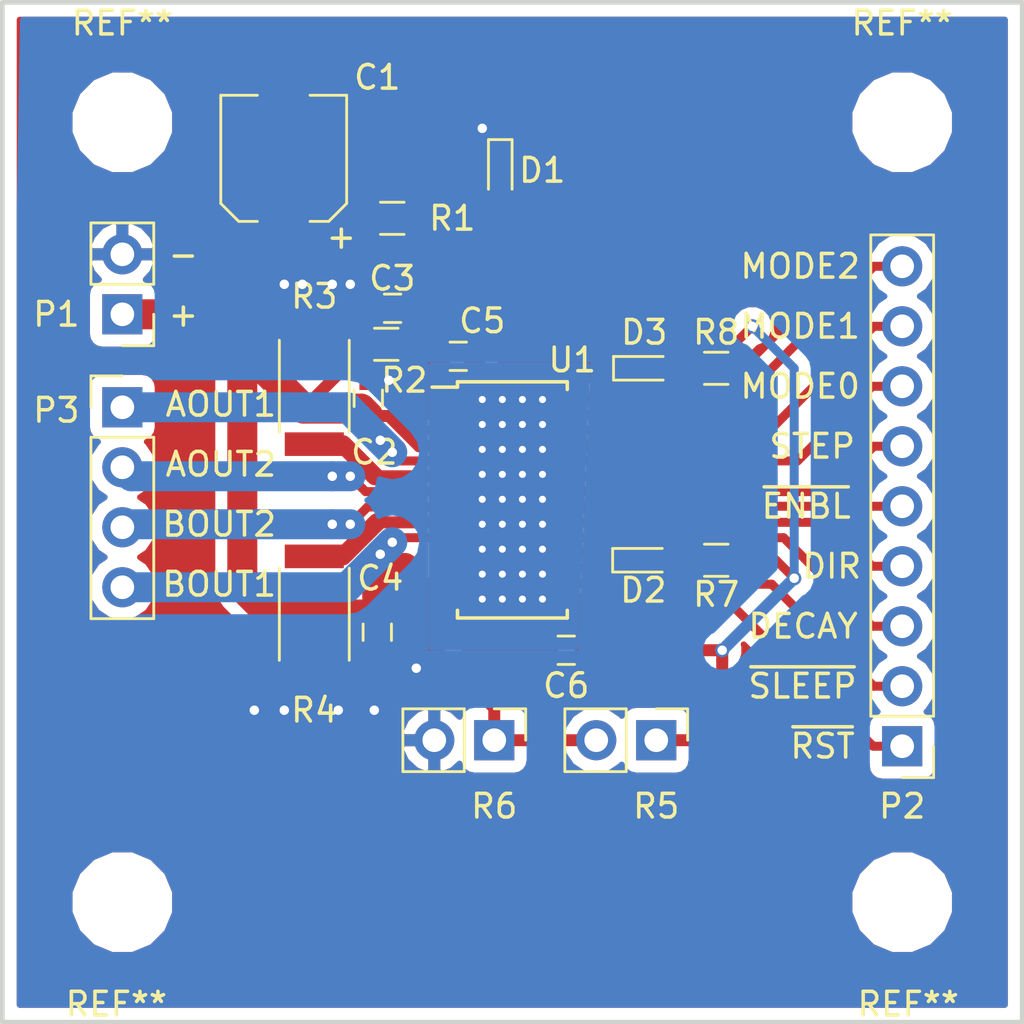
<source format=kicad_pcb>
(kicad_pcb (version 4) (host pcbnew 4.0.6)

  (general
    (links 0)
    (no_connects 76)
    (area 126.899999 65.939999 165.200001 104.240001)
    (thickness 1.6)
    (drawings 19)
    (tracks 191)
    (zones 0)
    (modules 25)
    (nets 29)
  )

  (page A4)
  (layers
    (0 F.Cu signal hide)
    (31 B.Cu signal hide)
    (32 B.Adhes user)
    (33 F.Adhes user)
    (34 B.Paste user)
    (35 F.Paste user)
    (36 B.SilkS user)
    (37 F.SilkS user)
    (38 B.Mask user)
    (39 F.Mask user)
    (40 Dwgs.User user)
    (41 Cmts.User user)
    (42 Eco1.User user)
    (43 Eco2.User user)
    (44 Edge.Cuts user)
    (45 Margin user)
    (46 B.CrtYd user)
    (47 F.CrtYd user)
    (48 B.Fab user)
    (49 F.Fab user hide)
  )

  (setup
    (last_trace_width 1.27)
    (user_trace_width 0.1524)
    (user_trace_width 0.254)
    (user_trace_width 0.381)
    (user_trace_width 0.508)
    (user_trace_width 1.27)
    (trace_clearance 0.1524)
    (zone_clearance 0.508)
    (zone_45_only no)
    (trace_min 0.1524)
    (segment_width 0.2)
    (edge_width 0.2)
    (via_size 0.6)
    (via_drill 0.4)
    (via_min_size 0.4)
    (via_min_drill 0.3)
    (uvia_size 0.3)
    (uvia_drill 0.1)
    (uvias_allowed no)
    (uvia_min_size 0.2)
    (uvia_min_drill 0.1)
    (pcb_text_width 0.3)
    (pcb_text_size 1.5 1.5)
    (mod_edge_width 0.15)
    (mod_text_size 1 1)
    (mod_text_width 0.15)
    (pad_size 0.5 0.9)
    (pad_drill 0)
    (pad_to_mask_clearance 0)
    (aux_axis_origin 0 0)
    (visible_elements 7FFEEF3F)
    (pcbplotparams
      (layerselection 0x00030_80000001)
      (usegerberextensions false)
      (excludeedgelayer true)
      (linewidth 0.100000)
      (plotframeref false)
      (viasonmask false)
      (mode 1)
      (useauxorigin false)
      (hpglpennumber 1)
      (hpglpenspeed 20)
      (hpglpendiameter 15)
      (hpglpenoverlay 2)
      (psnegative false)
      (psa4output false)
      (plotreference true)
      (plotvalue true)
      (plotinvisibletext false)
      (padsonsilk false)
      (subtractmaskfromsilk false)
      (outputformat 1)
      (mirror false)
      (drillshape 1)
      (scaleselection 1)
      (outputdirectory ""))
  )

  (net 0 "")
  (net 1 VDD)
  (net 2 GND)
  (net 3 "Net-(C5-Pad1)")
  (net 4 +3V3)
  (net 5 "Net-(D1-Pad2)")
  (net 6 "Net-(D2-Pad2)")
  (net 7 "Net-(R3-Pad2)")
  (net 8 "Net-(R5-Pad2)")
  (net 9 "Net-(U1-Pad23)")
  (net 10 /~FAULT~)
  (net 11 /~HOME~)
  (net 12 /~RST~)
  (net 13 /~SLEEP~)
  (net 14 /DECAY)
  (net 15 /DIR)
  (net 16 /~ENBL~)
  (net 17 /STEP)
  (net 18 /MODE0)
  (net 19 /MODE1)
  (net 20 /MODE2)
  (net 21 /AOUT1)
  (net 22 /A0UT2)
  (net 23 /BOUT2)
  (net 24 /BOUT1)
  (net 25 "Net-(C3-Pad1)")
  (net 26 "Net-(C5-Pad2)")
  (net 27 "Net-(R4-Pad2)")
  (net 28 "Net-(D3-Pad2)")

  (net_class Default "This is the default net class."
    (clearance 0.1524)
    (trace_width 0.1524)
    (via_dia 0.6)
    (via_drill 0.4)
    (uvia_dia 0.3)
    (uvia_drill 0.1)
    (add_net +3V3)
    (add_net /A0UT2)
    (add_net /AOUT1)
    (add_net /BOUT1)
    (add_net /BOUT2)
    (add_net /DECAY)
    (add_net /DIR)
    (add_net /MODE0)
    (add_net /MODE1)
    (add_net /MODE2)
    (add_net /STEP)
    (add_net /~ENBL~)
    (add_net /~FAULT~)
    (add_net /~HOME~)
    (add_net /~RST~)
    (add_net /~SLEEP~)
    (add_net GND)
    (add_net "Net-(C3-Pad1)")
    (add_net "Net-(C5-Pad1)")
    (add_net "Net-(C5-Pad2)")
    (add_net "Net-(D1-Pad2)")
    (add_net "Net-(D2-Pad2)")
    (add_net "Net-(D3-Pad2)")
    (add_net "Net-(R3-Pad2)")
    (add_net "Net-(R4-Pad2)")
    (add_net "Net-(R5-Pad2)")
    (add_net "Net-(U1-Pad23)")
    (add_net VDD)
  )

  (module Mounting_Holes:MountingHole_3.2mm_M3 (layer F.Cu) (tedit 56D1B4CB) (tstamp 5906709D)
    (at 129.54 101.6)
    (descr "Mounting Hole 3.2mm, no annular, M3")
    (tags "mounting hole 3.2mm no annular m3")
    (fp_text reference REF** (at -0.254 4.318) (layer F.SilkS)
      (effects (font (size 1 1) (thickness 0.15)))
    )
    (fp_text value MountingHole_3.2mm_M3 (at 0 4.2) (layer F.Fab)
      (effects (font (size 1 1) (thickness 0.15)))
    )
    (fp_circle (center 0 0) (end 3.2 0) (layer Cmts.User) (width 0.15))
    (fp_circle (center 0 0) (end 3.45 0) (layer F.CrtYd) (width 0.05))
    (pad 1 np_thru_hole circle (at 0 0) (size 3.2 3.2) (drill 3.2) (layers *.Cu *.Mask))
  )

  (module Mounting_Holes:MountingHole_3.2mm_M3 (layer F.Cu) (tedit 56D1B4CB) (tstamp 5906708F)
    (at 129.54 68.58)
    (descr "Mounting Hole 3.2mm, no annular, M3")
    (tags "mounting hole 3.2mm no annular m3")
    (fp_text reference REF** (at 0 -4.2) (layer F.SilkS)
      (effects (font (size 1 1) (thickness 0.15)))
    )
    (fp_text value MountingHole_3.2mm_M3 (at 0 4.2) (layer F.Fab)
      (effects (font (size 1 1) (thickness 0.15)))
    )
    (fp_circle (center 0 0) (end 3.2 0) (layer Cmts.User) (width 0.15))
    (fp_circle (center 0 0) (end 3.45 0) (layer F.CrtYd) (width 0.05))
    (pad 1 np_thru_hole circle (at 0 0) (size 3.2 3.2) (drill 3.2) (layers *.Cu *.Mask))
  )

  (module Mounting_Holes:MountingHole_3.2mm_M3 (layer F.Cu) (tedit 56D1B4CB) (tstamp 59067087)
    (at 162.56 68.58)
    (descr "Mounting Hole 3.2mm, no annular, M3")
    (tags "mounting hole 3.2mm no annular m3")
    (fp_text reference REF** (at 0 -4.2) (layer F.SilkS)
      (effects (font (size 1 1) (thickness 0.15)))
    )
    (fp_text value MountingHole_3.2mm_M3 (at 0 4.2) (layer F.Fab)
      (effects (font (size 1 1) (thickness 0.15)))
    )
    (fp_circle (center 0 0) (end 3.2 0) (layer Cmts.User) (width 0.15))
    (fp_circle (center 0 0) (end 3.45 0) (layer F.CrtYd) (width 0.05))
    (pad 1 np_thru_hole circle (at 0 0) (size 3.2 3.2) (drill 3.2) (layers *.Cu *.Mask))
  )

  (module Mounting_Holes:MountingHole_3.2mm_M3 (layer F.Cu) (tedit 56D1B4CB) (tstamp 59067069)
    (at 162.56 101.6)
    (descr "Mounting Hole 3.2mm, no annular, M3")
    (tags "mounting hole 3.2mm no annular m3")
    (fp_text reference REF** (at 0.254 4.318) (layer F.SilkS)
      (effects (font (size 1 1) (thickness 0.15)))
    )
    (fp_text value MountingHole_3.2mm_M3 (at 0 4.2) (layer F.Fab)
      (effects (font (size 1 1) (thickness 0.15)))
    )
    (fp_circle (center 0 0) (end 3.2 0) (layer Cmts.User) (width 0.15))
    (fp_circle (center 0 0) (end 3.45 0) (layer F.CrtYd) (width 0.05))
    (pad 1 np_thru_hole circle (at 0 0) (size 3.2 3.2) (drill 3.2) (layers *.Cu *.Mask))
  )

  (module Housings_SSOP:HTSSOP-28_4.4x9.7mm_Pitch0.65mm_ThermalPad (layer F.Cu) (tedit 59066D9D) (tstamp 58F27137)
    (at 146.055 84.54175)
    (descr "HTSSOP28: plastic thin shrink small outline package; 28 leads; body width 4.4 mm; thermal pad")
    (tags "TSSOP HTSSOP 0.65 thermal pad")
    (path /58CBF81D)
    (attr smd)
    (fp_text reference U1 (at 2.535 -5.9) (layer F.SilkS)
      (effects (font (size 1 1) (thickness 0.15)))
    )
    (fp_text value DRV8825 (at 0 5.9) (layer F.Fab)
      (effects (font (size 1 1) (thickness 0.15)))
    )
    (fp_line (start -1.2 -4.85) (end 2.2 -4.85) (layer F.Fab) (width 0.15))
    (fp_line (start 2.2 -4.85) (end 2.2 4.85) (layer F.Fab) (width 0.15))
    (fp_line (start 2.2 4.9008) (end -2.2 4.9008) (layer F.Fab) (width 0.15))
    (fp_line (start -2.2 4.85) (end -2.2 -3.85) (layer F.Fab) (width 0.15))
    (fp_line (start -2.2 -3.85) (end -1.2 -4.85) (layer F.Fab) (width 0.15))
    (fp_line (start -3.65 -5.15) (end -3.65 5.15) (layer F.CrtYd) (width 0.05))
    (fp_line (start 3.65 -5.15) (end 3.65 5.15) (layer F.CrtYd) (width 0.05))
    (fp_line (start -3.65 -5.15) (end 3.65 -5.15) (layer F.CrtYd) (width 0.05))
    (fp_line (start -3.65 5.15) (end 3.65 5.15) (layer F.CrtYd) (width 0.05))
    (fp_line (start -2.325 -4.975) (end -2.325 -4.75) (layer F.SilkS) (width 0.15))
    (fp_line (start 2.325 -4.975) (end 2.325 -4.65) (layer F.SilkS) (width 0.15))
    (fp_line (start 2.325 5.0258) (end 2.325 4.7008) (layer F.SilkS) (width 0.15))
    (fp_line (start -2.325 5.0258) (end -2.325 4.7008) (layer F.SilkS) (width 0.15))
    (fp_line (start -2.325 -4.975) (end 2.325 -4.975) (layer F.SilkS) (width 0.15))
    (fp_line (start -2.325 5.0258) (end 2.325 5.0258) (layer F.SilkS) (width 0.15))
    (fp_line (start -2.325 -4.75) (end -3.4 -4.75) (layer F.SilkS) (width 0.15))
    (fp_text user %R (at 0 0) (layer F.Fab)
      (effects (font (size 0.8 0.8) (thickness 0.15)))
    )
    (pad 1 smd rect (at -2.85 -4.225) (size 1.1 0.4) (layers F.Cu F.Paste F.Mask)
      (net 26 "Net-(C5-Pad2)"))
    (pad 2 smd rect (at -2.85 -3.575) (size 1.1 0.4) (layers F.Cu F.Paste F.Mask)
      (net 3 "Net-(C5-Pad1)"))
    (pad 3 smd rect (at -2.85 -2.925) (size 1.1 0.4) (layers F.Cu F.Paste F.Mask)
      (net 25 "Net-(C3-Pad1)"))
    (pad 4 smd rect (at -2.85 -2.275) (size 1.1 0.4) (layers F.Cu F.Paste F.Mask)
      (net 1 VDD))
    (pad 5 smd rect (at -2.85 -1.625) (size 1.1 0.4) (layers F.Cu F.Paste F.Mask)
      (net 21 /AOUT1))
    (pad 6 smd rect (at -2.85 -0.975) (size 1.1 0.4) (layers F.Cu F.Paste F.Mask)
      (net 7 "Net-(R3-Pad2)"))
    (pad 7 smd rect (at -2.85 -0.325) (size 1.1 0.4) (layers F.Cu F.Paste F.Mask)
      (net 22 /A0UT2))
    (pad 8 smd rect (at -2.85 0.325) (size 1.1 0.4) (layers F.Cu F.Paste F.Mask)
      (net 23 /BOUT2))
    (pad 9 smd rect (at -2.85 0.975) (size 1.1 0.4) (layers F.Cu F.Paste F.Mask)
      (net 27 "Net-(R4-Pad2)"))
    (pad 10 smd rect (at -2.85 1.625) (size 1.1 0.4) (layers F.Cu F.Paste F.Mask)
      (net 24 /BOUT1))
    (pad 11 smd rect (at -2.85 2.275) (size 1.1 0.4) (layers F.Cu F.Paste F.Mask)
      (net 1 VDD))
    (pad 12 smd rect (at -2.85 2.925) (size 1.1 0.4) (layers F.Cu F.Paste F.Mask)
      (net 8 "Net-(R5-Pad2)"))
    (pad 13 smd rect (at -2.85 3.575) (size 1.1 0.4) (layers F.Cu F.Paste F.Mask)
      (net 8 "Net-(R5-Pad2)"))
    (pad 14 smd rect (at -2.85 4.225) (size 1.1 0.4) (layers F.Cu F.Paste F.Mask)
      (net 2 GND))
    (pad 15 smd rect (at 2.85 4.225) (size 1.1 0.4) (layers F.Cu F.Paste F.Mask)
      (net 4 +3V3))
    (pad 16 smd rect (at 2.85 3.575) (size 1.1 0.4) (layers F.Cu F.Paste F.Mask)
      (net 12 /~RST~))
    (pad 17 smd rect (at 2.85 2.925) (size 1.1 0.4) (layers F.Cu F.Paste F.Mask)
      (net 13 /~SLEEP~))
    (pad 18 smd rect (at 2.85 2.275) (size 1.1 0.4) (layers F.Cu F.Paste F.Mask)
      (net 10 /~FAULT~))
    (pad 19 smd rect (at 2.85 1.625) (size 1.1 0.4) (layers F.Cu F.Paste F.Mask)
      (net 14 /DECAY))
    (pad 20 smd rect (at 2.85 0.975) (size 1.1 0.4) (layers F.Cu F.Paste F.Mask)
      (net 15 /DIR))
    (pad 21 smd rect (at 2.85 0.325) (size 1.1 0.4) (layers F.Cu F.Paste F.Mask)
      (net 16 /~ENBL~))
    (pad 22 smd rect (at 2.85 -0.325) (size 1.1 0.4) (layers F.Cu F.Paste F.Mask)
      (net 17 /STEP))
    (pad 23 smd rect (at 2.85 -0.975) (size 1.1 0.4) (layers F.Cu F.Paste F.Mask)
      (net 9 "Net-(U1-Pad23)"))
    (pad 24 smd rect (at 2.85 -1.625) (size 1.1 0.4) (layers F.Cu F.Paste F.Mask)
      (net 18 /MODE0))
    (pad 25 smd rect (at 2.85 -2.275) (size 1.1 0.4) (layers F.Cu F.Paste F.Mask)
      (net 19 /MODE1))
    (pad 26 smd rect (at 2.85 -2.925) (size 1.1 0.4) (layers F.Cu F.Paste F.Mask)
      (net 20 /MODE2))
    (pad 27 smd rect (at 2.85 -3.575) (size 1.1 0.4) (layers F.Cu F.Paste F.Mask)
      (net 11 /~HOME~))
    (pad 28 smd rect (at 2.85 -4.225) (size 1.1 0.4) (layers F.Cu F.Paste F.Mask)
      (net 2 GND))
    (pad 29 thru_hole rect (at -1.275 4.225) (size 0.89 1.1) (drill 0.3) (layers *.Cu *.Mask)
      (net 2 GND))
    (pad 29 thru_hole rect (at -0.425 4.225) (size 0.89 1.1) (drill 0.3) (layers *.Cu *.Mask)
      (net 2 GND))
    (pad 29 thru_hole rect (at 1.275 4.225) (size 0.89 1.1) (drill 0.3) (layers *.Cu *.Mask)
      (net 2 GND))
    (pad 29 thru_hole rect (at 0.425 4.225) (size 0.89 1.1) (drill 0.3) (layers *.Cu *.Mask)
      (net 2 GND))
    (pad 29 thru_hole rect (at 0.425 3.16875) (size 0.89 1.1) (drill 0.3) (layers *.Cu *.Mask)
      (net 2 GND))
    (pad 29 thru_hole rect (at 1.275 3.16875) (size 0.89 1.1) (drill 0.3) (layers *.Cu *.Mask)
      (net 2 GND))
    (pad 29 thru_hole rect (at -0.425 3.16875) (size 0.89 1.1) (drill 0.3) (layers *.Cu *.Mask)
      (net 2 GND))
    (pad 29 thru_hole rect (at -1.275 3.16875) (size 0.89 1.1) (drill 0.3) (layers *.Cu *.Mask)
      (net 2 GND))
    (pad 29 thru_hole rect (at -1.275 2.1125) (size 0.89 1.1) (drill 0.3) (layers *.Cu *.Mask)
      (net 2 GND))
    (pad 29 thru_hole rect (at -0.425 2.1125) (size 0.89 1.1) (drill 0.3) (layers *.Cu *.Mask)
      (net 2 GND))
    (pad 29 thru_hole rect (at 1.275 2.1125) (size 0.89 1.1) (drill 0.3) (layers *.Cu *.Mask)
      (net 2 GND))
    (pad 29 thru_hole rect (at 0.425 2.1125) (size 0.89 1.1) (drill 0.3) (layers *.Cu *.Mask)
      (net 2 GND))
    (pad 29 thru_hole rect (at 0.425 1.05625) (size 0.89 1.1) (drill 0.3) (layers *.Cu *.Mask)
      (net 2 GND))
    (pad 29 thru_hole rect (at 1.275 1.05625) (size 0.89 1.1) (drill 0.3) (layers *.Cu *.Mask)
      (net 2 GND))
    (pad 29 thru_hole rect (at -0.425 1.05625) (size 0.89 1.1) (drill 0.3) (layers *.Cu *.Mask)
      (net 2 GND))
    (pad 29 thru_hole rect (at -1.275 1.05625) (size 0.89 1.1) (drill 0.3) (layers *.Cu *.Mask)
      (net 2 GND))
    (pad 29 thru_hole rect (at -1.275 0) (size 0.89 1.1) (drill 0.3) (layers *.Cu *.Mask)
      (net 2 GND))
    (pad 29 thru_hole rect (at -0.425 0) (size 0.89 1.1) (drill 0.3) (layers *.Cu *.Mask)
      (net 2 GND))
    (pad 29 thru_hole rect (at 1.275 0) (size 0.89 1.1) (drill 0.3) (layers *.Cu *.Mask)
      (net 2 GND))
    (pad 29 thru_hole rect (at 0.425 0) (size 0.89 1.1) (drill 0.3) (layers *.Cu *.Mask)
      (net 2 GND))
    (pad 29 thru_hole rect (at 0.425 -1.05625) (size 0.89 1.1) (drill 0.3) (layers *.Cu *.Mask)
      (net 2 GND))
    (pad 29 thru_hole rect (at 1.275 -1.05625) (size 0.89 1.1) (drill 0.3) (layers *.Cu *.Mask)
      (net 2 GND))
    (pad 29 thru_hole rect (at -0.425 -1.05625) (size 0.89 1.1) (drill 0.3) (layers *.Cu *.Mask)
      (net 2 GND))
    (pad 29 thru_hole rect (at -1.275 -1.05625) (size 0.89 1.1) (drill 0.3) (layers *.Cu *.Mask)
      (net 2 GND))
    (pad 29 thru_hole rect (at -1.275 -2.1125) (size 0.89 1.1) (drill 0.3) (layers *.Cu *.Mask)
      (net 2 GND))
    (pad 29 thru_hole rect (at -0.425 -2.1125) (size 0.89 1.1) (drill 0.3) (layers *.Cu *.Mask)
      (net 2 GND))
    (pad 29 thru_hole rect (at 1.275 -2.1125) (size 0.89 1.1) (drill 0.3) (layers *.Cu *.Mask)
      (net 2 GND))
    (pad 29 thru_hole rect (at 0.425 -2.1125) (size 0.89 1.1) (drill 0.3) (layers *.Cu *.Mask)
      (net 2 GND))
    (pad 29 thru_hole rect (at 0.425 -3.16875) (size 0.89 1.1) (drill 0.3) (layers *.Cu *.Mask)
      (net 2 GND))
    (pad 29 thru_hole rect (at 1.275 -3.16875) (size 0.89 1.1) (drill 0.3) (layers *.Cu *.Mask)
      (net 2 GND))
    (pad 29 thru_hole rect (at -0.425 -3.16875) (size 0.89 1.1) (drill 0.3) (layers *.Cu *.Mask)
      (net 2 GND))
    (pad 29 thru_hole rect (at -1.275 -3.16875) (size 0.89 1.1) (drill 0.3) (layers *.Cu *.Mask)
      (net 2 GND))
    (pad 29 thru_hole rect (at -1.275 -4.225) (size 0.89 1.1) (drill 0.3) (layers *.Cu *.Mask)
      (net 2 GND))
    (pad 29 thru_hole rect (at -0.425 -4.225) (size 0.89 1.1) (drill 0.3) (layers *.Cu *.Mask)
      (net 2 GND))
    (pad 29 thru_hole rect (at 1.275 -4.225) (size 0.89 1.1) (drill 0.3) (layers *.Cu *.Mask)
      (net 2 GND))
    (pad 29 thru_hole rect (at 0.425 -4.225) (size 0.89 1.1) (drill 0.3) (layers *.Cu *.Mask)
      (net 2 GND))
    (model ${KISYS3DMOD}/Housings_SSOP.3dshapes/HTSSOP-28_4.4x9.7mm_Pitch0.65mm_ThermalPad.wrl
      (at (xyz 0 0 0))
      (scale (xyz 1 1 1))
      (rotate (xyz 0 0 0))
    )
  )

  (module Pin_Headers:Pin_Header_Straight_1x02_Pitch2.54mm (layer F.Cu) (tedit 590672C6) (tstamp 58F27027)
    (at 129.54 76.708 180)
    (descr "Through hole straight pin header, 1x02, 2.54mm pitch, single row")
    (tags "Through hole pin header THT 1x02 2.54mm single row")
    (path /58CBDBA5)
    (fp_text reference P1 (at 2.794 0 180) (layer F.SilkS)
      (effects (font (size 1 1) (thickness 0.15)))
    )
    (fp_text value CONN_01X02 (at 0 4.87 180) (layer F.Fab)
      (effects (font (size 1 1) (thickness 0.15)))
    )
    (fp_line (start -1.27 -1.27) (end -1.27 3.81) (layer F.Fab) (width 0.1))
    (fp_line (start -1.27 3.81) (end 1.27 3.81) (layer F.Fab) (width 0.1))
    (fp_line (start 1.27 3.81) (end 1.27 -1.27) (layer F.Fab) (width 0.1))
    (fp_line (start 1.27 -1.27) (end -1.27 -1.27) (layer F.Fab) (width 0.1))
    (fp_line (start -1.33 1.27) (end -1.33 3.87) (layer F.SilkS) (width 0.12))
    (fp_line (start -1.33 3.87) (end 1.33 3.87) (layer F.SilkS) (width 0.12))
    (fp_line (start 1.33 3.87) (end 1.33 1.27) (layer F.SilkS) (width 0.12))
    (fp_line (start 1.33 1.27) (end -1.33 1.27) (layer F.SilkS) (width 0.12))
    (fp_line (start -1.33 0) (end -1.33 -1.33) (layer F.SilkS) (width 0.12))
    (fp_line (start -1.33 -1.33) (end 0 -1.33) (layer F.SilkS) (width 0.12))
    (fp_line (start -1.8 -1.8) (end -1.8 4.35) (layer F.CrtYd) (width 0.05))
    (fp_line (start -1.8 4.35) (end 1.8 4.35) (layer F.CrtYd) (width 0.05))
    (fp_line (start 1.8 4.35) (end 1.8 -1.8) (layer F.CrtYd) (width 0.05))
    (fp_line (start 1.8 -1.8) (end -1.8 -1.8) (layer F.CrtYd) (width 0.05))
    (fp_text user %R (at 0 -2.33 180) (layer F.Fab)
      (effects (font (size 1 1) (thickness 0.15)))
    )
    (pad 1 thru_hole rect (at 0 0 180) (size 1.7 1.7) (drill 1) (layers *.Cu *.Mask)
      (net 1 VDD))
    (pad 2 thru_hole oval (at 0 2.54 180) (size 1.7 1.7) (drill 1) (layers *.Cu *.Mask)
      (net 2 GND))
    (model ${KISYS3DMOD}/Pin_Headers.3dshapes/Pin_Header_Straight_1x02_Pitch2.54mm.wrl
      (at (xyz 0 -0.05 0))
      (scale (xyz 1 1 1))
      (rotate (xyz 0 0 90))
    )
  )

  (module Capacitors_SMD:C_0603 (layer F.Cu) (tedit 59066DB5) (tstamp 58F26FB1)
    (at 143.764 78.486)
    (descr "Capacitor SMD 0603, reflow soldering, AVX (see smccp.pdf)")
    (tags "capacitor 0603")
    (path /58CC8220)
    (attr smd)
    (fp_text reference C5 (at 1.016 -1.5) (layer F.SilkS)
      (effects (font (size 1 1) (thickness 0.15)))
    )
    (fp_text value 10nF (at 0 1.5) (layer F.Fab)
      (effects (font (size 1 1) (thickness 0.15)))
    )
    (fp_text user %R (at 0 -1.5) (layer F.Fab)
      (effects (font (size 1 1) (thickness 0.15)))
    )
    (fp_line (start -0.8 0.4) (end -0.8 -0.4) (layer F.Fab) (width 0.1))
    (fp_line (start 0.8 0.4) (end -0.8 0.4) (layer F.Fab) (width 0.1))
    (fp_line (start 0.8 -0.4) (end 0.8 0.4) (layer F.Fab) (width 0.1))
    (fp_line (start -0.8 -0.4) (end 0.8 -0.4) (layer F.Fab) (width 0.1))
    (fp_line (start -0.35 -0.6) (end 0.35 -0.6) (layer F.SilkS) (width 0.12))
    (fp_line (start 0.35 0.6) (end -0.35 0.6) (layer F.SilkS) (width 0.12))
    (fp_line (start -1.4 -0.65) (end 1.4 -0.65) (layer F.CrtYd) (width 0.05))
    (fp_line (start -1.4 -0.65) (end -1.4 0.65) (layer F.CrtYd) (width 0.05))
    (fp_line (start 1.4 0.65) (end 1.4 -0.65) (layer F.CrtYd) (width 0.05))
    (fp_line (start 1.4 0.65) (end -1.4 0.65) (layer F.CrtYd) (width 0.05))
    (pad 1 smd rect (at -0.75 0) (size 0.8 0.75) (layers F.Cu F.Paste F.Mask)
      (net 3 "Net-(C5-Pad1)"))
    (pad 2 smd rect (at 0.75 0) (size 0.8 0.75) (layers F.Cu F.Paste F.Mask)
      (net 26 "Net-(C5-Pad2)"))
    (model Capacitors_SMD.3dshapes/C_0603.wrl
      (at (xyz 0 0 0))
      (scale (xyz 1 1 1))
      (rotate (xyz 0 0 0))
    )
  )

  (module Capacitors_SMD:C_0603 (layer F.Cu) (tedit 58AA844E) (tstamp 58F26FC2)
    (at 148.336 90.932 180)
    (descr "Capacitor SMD 0603, reflow soldering, AVX (see smccp.pdf)")
    (tags "capacitor 0603")
    (path /58CBFC85)
    (attr smd)
    (fp_text reference C6 (at 0 -1.5 180) (layer F.SilkS)
      (effects (font (size 1 1) (thickness 0.15)))
    )
    (fp_text value 470nF (at 0 1.5 180) (layer F.Fab)
      (effects (font (size 1 1) (thickness 0.15)))
    )
    (fp_text user %R (at 0 -1.5 180) (layer F.Fab)
      (effects (font (size 1 1) (thickness 0.15)))
    )
    (fp_line (start -0.8 0.4) (end -0.8 -0.4) (layer F.Fab) (width 0.1))
    (fp_line (start 0.8 0.4) (end -0.8 0.4) (layer F.Fab) (width 0.1))
    (fp_line (start 0.8 -0.4) (end 0.8 0.4) (layer F.Fab) (width 0.1))
    (fp_line (start -0.8 -0.4) (end 0.8 -0.4) (layer F.Fab) (width 0.1))
    (fp_line (start -0.35 -0.6) (end 0.35 -0.6) (layer F.SilkS) (width 0.12))
    (fp_line (start 0.35 0.6) (end -0.35 0.6) (layer F.SilkS) (width 0.12))
    (fp_line (start -1.4 -0.65) (end 1.4 -0.65) (layer F.CrtYd) (width 0.05))
    (fp_line (start -1.4 -0.65) (end -1.4 0.65) (layer F.CrtYd) (width 0.05))
    (fp_line (start 1.4 0.65) (end 1.4 -0.65) (layer F.CrtYd) (width 0.05))
    (fp_line (start 1.4 0.65) (end -1.4 0.65) (layer F.CrtYd) (width 0.05))
    (pad 1 smd rect (at -0.75 0 180) (size 0.8 0.75) (layers F.Cu F.Paste F.Mask)
      (net 4 +3V3))
    (pad 2 smd rect (at 0.75 0 180) (size 0.8 0.75) (layers F.Cu F.Paste F.Mask)
      (net 2 GND))
    (model Capacitors_SMD.3dshapes/C_0603.wrl
      (at (xyz 0 0 0))
      (scale (xyz 1 1 1))
      (rotate (xyz 0 0 0))
    )
  )

  (module LEDs:LED_0603 (layer F.Cu) (tedit 57FE93A5) (tstamp 58F26FE8)
    (at 145.542 70.612 270)
    (descr "LED 0603 smd package")
    (tags "LED led 0603 SMD smd SMT smt smdled SMDLED smtled SMTLED")
    (path /58CBDE75)
    (attr smd)
    (fp_text reference D1 (at 0 -1.778 360) (layer F.SilkS)
      (effects (font (size 1 1) (thickness 0.15)))
    )
    (fp_text value MOTOR_PWR (at 0 1.35 270) (layer F.Fab)
      (effects (font (size 1 1) (thickness 0.15)))
    )
    (fp_line (start -1.3 -0.5) (end -1.3 0.5) (layer F.SilkS) (width 0.12))
    (fp_line (start -0.2 -0.2) (end -0.2 0.2) (layer F.Fab) (width 0.1))
    (fp_line (start -0.15 0) (end 0.15 -0.2) (layer F.Fab) (width 0.1))
    (fp_line (start 0.15 0.2) (end -0.15 0) (layer F.Fab) (width 0.1))
    (fp_line (start 0.15 -0.2) (end 0.15 0.2) (layer F.Fab) (width 0.1))
    (fp_line (start 0.8 0.4) (end -0.8 0.4) (layer F.Fab) (width 0.1))
    (fp_line (start 0.8 -0.4) (end 0.8 0.4) (layer F.Fab) (width 0.1))
    (fp_line (start -0.8 -0.4) (end 0.8 -0.4) (layer F.Fab) (width 0.1))
    (fp_line (start -0.8 0.4) (end -0.8 -0.4) (layer F.Fab) (width 0.1))
    (fp_line (start -1.3 0.5) (end 0.8 0.5) (layer F.SilkS) (width 0.12))
    (fp_line (start -1.3 -0.5) (end 0.8 -0.5) (layer F.SilkS) (width 0.12))
    (fp_line (start 1.45 -0.65) (end 1.45 0.65) (layer F.CrtYd) (width 0.05))
    (fp_line (start 1.45 0.65) (end -1.45 0.65) (layer F.CrtYd) (width 0.05))
    (fp_line (start -1.45 0.65) (end -1.45 -0.65) (layer F.CrtYd) (width 0.05))
    (fp_line (start -1.45 -0.65) (end 1.45 -0.65) (layer F.CrtYd) (width 0.05))
    (pad 2 smd rect (at 0.8 0 90) (size 0.8 0.8) (layers F.Cu F.Paste F.Mask)
      (net 5 "Net-(D1-Pad2)"))
    (pad 1 smd rect (at -0.8 0 90) (size 0.8 0.8) (layers F.Cu F.Paste F.Mask)
      (net 2 GND))
    (model LEDs.3dshapes/LED_0603.wrl
      (at (xyz 0 0 0))
      (scale (xyz 1 1 1))
      (rotate (xyz 0 0 180))
    )
  )

  (module LEDs:LED_0603 (layer F.Cu) (tedit 57FE93A5) (tstamp 58F26FFD)
    (at 151.6 87.122)
    (descr "LED 0603 smd package")
    (tags "LED led 0603 SMD smd SMT smt smdled SMDLED smtled SMTLED")
    (path /58CCCD00)
    (attr smd)
    (fp_text reference D2 (at 0 1.27) (layer F.SilkS)
      (effects (font (size 1 1) (thickness 0.15)))
    )
    (fp_text value ~FAULT~ (at 0 1.35) (layer F.Fab)
      (effects (font (size 1 1) (thickness 0.15)))
    )
    (fp_line (start -1.3 -0.5) (end -1.3 0.5) (layer F.SilkS) (width 0.12))
    (fp_line (start -0.2 -0.2) (end -0.2 0.2) (layer F.Fab) (width 0.1))
    (fp_line (start -0.15 0) (end 0.15 -0.2) (layer F.Fab) (width 0.1))
    (fp_line (start 0.15 0.2) (end -0.15 0) (layer F.Fab) (width 0.1))
    (fp_line (start 0.15 -0.2) (end 0.15 0.2) (layer F.Fab) (width 0.1))
    (fp_line (start 0.8 0.4) (end -0.8 0.4) (layer F.Fab) (width 0.1))
    (fp_line (start 0.8 -0.4) (end 0.8 0.4) (layer F.Fab) (width 0.1))
    (fp_line (start -0.8 -0.4) (end 0.8 -0.4) (layer F.Fab) (width 0.1))
    (fp_line (start -0.8 0.4) (end -0.8 -0.4) (layer F.Fab) (width 0.1))
    (fp_line (start -1.3 0.5) (end 0.8 0.5) (layer F.SilkS) (width 0.12))
    (fp_line (start -1.3 -0.5) (end 0.8 -0.5) (layer F.SilkS) (width 0.12))
    (fp_line (start 1.45 -0.65) (end 1.45 0.65) (layer F.CrtYd) (width 0.05))
    (fp_line (start 1.45 0.65) (end -1.45 0.65) (layer F.CrtYd) (width 0.05))
    (fp_line (start -1.45 0.65) (end -1.45 -0.65) (layer F.CrtYd) (width 0.05))
    (fp_line (start -1.45 -0.65) (end 1.45 -0.65) (layer F.CrtYd) (width 0.05))
    (pad 2 smd rect (at 0.8 0 180) (size 0.8 0.8) (layers F.Cu F.Paste F.Mask)
      (net 6 "Net-(D2-Pad2)"))
    (pad 1 smd rect (at -0.8 0 180) (size 0.8 0.8) (layers F.Cu F.Paste F.Mask)
      (net 10 /~FAULT~))
    (model LEDs.3dshapes/LED_0603.wrl
      (at (xyz 0 0 0))
      (scale (xyz 1 1 1))
      (rotate (xyz 0 0 180))
    )
  )

  (module Resistors_SMD:R_0603 (layer F.Cu) (tedit 58E0A804) (tstamp 58F2706B)
    (at 140.97 72.644 180)
    (descr "Resistor SMD 0603, reflow soldering, Vishay (see dcrcw.pdf)")
    (tags "resistor 0603")
    (path /58CBDE1A)
    (attr smd)
    (fp_text reference R1 (at -2.54 0 180) (layer F.SilkS)
      (effects (font (size 1 1) (thickness 0.15)))
    )
    (fp_text value 50R (at 0 1.5 180) (layer F.Fab)
      (effects (font (size 1 1) (thickness 0.15)))
    )
    (fp_text user %R (at 0 0 180) (layer F.Fab)
      (effects (font (size 0.5 0.5) (thickness 0.075)))
    )
    (fp_line (start -0.8 0.4) (end -0.8 -0.4) (layer F.Fab) (width 0.1))
    (fp_line (start 0.8 0.4) (end -0.8 0.4) (layer F.Fab) (width 0.1))
    (fp_line (start 0.8 -0.4) (end 0.8 0.4) (layer F.Fab) (width 0.1))
    (fp_line (start -0.8 -0.4) (end 0.8 -0.4) (layer F.Fab) (width 0.1))
    (fp_line (start 0.5 0.68) (end -0.5 0.68) (layer F.SilkS) (width 0.12))
    (fp_line (start -0.5 -0.68) (end 0.5 -0.68) (layer F.SilkS) (width 0.12))
    (fp_line (start -1.25 -0.7) (end 1.25 -0.7) (layer F.CrtYd) (width 0.05))
    (fp_line (start -1.25 -0.7) (end -1.25 0.7) (layer F.CrtYd) (width 0.05))
    (fp_line (start 1.25 0.7) (end 1.25 -0.7) (layer F.CrtYd) (width 0.05))
    (fp_line (start 1.25 0.7) (end -1.25 0.7) (layer F.CrtYd) (width 0.05))
    (pad 1 smd rect (at -0.75 0 180) (size 0.5 0.9) (layers F.Cu F.Paste F.Mask)
      (net 5 "Net-(D1-Pad2)"))
    (pad 2 smd rect (at 0.75 0 180) (size 0.5 0.9) (layers F.Cu F.Paste F.Mask)
      (net 1 VDD))
    (model ${KISYS3DMOD}/Resistors_SMD.3dshapes/R_0603.wrl
      (at (xyz 0 0 0))
      (scale (xyz 1 1 1))
      (rotate (xyz 0 0 0))
    )
  )

  (module Resistors_SMD:R_0603 (layer F.Cu) (tedit 58E0A804) (tstamp 58F2707C)
    (at 140.716 77.978 180)
    (descr "Resistor SMD 0603, reflow soldering, Vishay (see dcrcw.pdf)")
    (tags "resistor 0603")
    (path /58CC8085)
    (attr smd)
    (fp_text reference R2 (at -0.762 -1.524 360) (layer F.SilkS)
      (effects (font (size 1 1) (thickness 0.15)))
    )
    (fp_text value 1M (at 0 1.5 180) (layer F.Fab)
      (effects (font (size 1 1) (thickness 0.15)))
    )
    (fp_text user %R (at 0 0 180) (layer F.Fab)
      (effects (font (size 0.5 0.5) (thickness 0.075)))
    )
    (fp_line (start -0.8 0.4) (end -0.8 -0.4) (layer F.Fab) (width 0.1))
    (fp_line (start 0.8 0.4) (end -0.8 0.4) (layer F.Fab) (width 0.1))
    (fp_line (start 0.8 -0.4) (end 0.8 0.4) (layer F.Fab) (width 0.1))
    (fp_line (start -0.8 -0.4) (end 0.8 -0.4) (layer F.Fab) (width 0.1))
    (fp_line (start 0.5 0.68) (end -0.5 0.68) (layer F.SilkS) (width 0.12))
    (fp_line (start -0.5 -0.68) (end 0.5 -0.68) (layer F.SilkS) (width 0.12))
    (fp_line (start -1.25 -0.7) (end 1.25 -0.7) (layer F.CrtYd) (width 0.05))
    (fp_line (start -1.25 -0.7) (end -1.25 0.7) (layer F.CrtYd) (width 0.05))
    (fp_line (start 1.25 0.7) (end 1.25 -0.7) (layer F.CrtYd) (width 0.05))
    (fp_line (start 1.25 0.7) (end -1.25 0.7) (layer F.CrtYd) (width 0.05))
    (pad 1 smd rect (at -0.75 0 180) (size 0.5 0.9) (layers F.Cu F.Paste F.Mask)
      (net 25 "Net-(C3-Pad1)"))
    (pad 2 smd rect (at 0.75 0 180) (size 0.5 0.9) (layers F.Cu F.Paste F.Mask)
      (net 1 VDD))
    (model ${KISYS3DMOD}/Resistors_SMD.3dshapes/R_0603.wrl
      (at (xyz 0 0 0))
      (scale (xyz 1 1 1))
      (rotate (xyz 0 0 0))
    )
  )

  (module Capacitors_SMD:CP_Elec_5x5.3 (layer F.Cu) (tedit 58AA8A8F) (tstamp 59065625)
    (at 136.398 70.104 90)
    (descr "SMT capacitor, aluminium electrolytic, 5x5.3")
    (path /58CBDDA8)
    (attr smd)
    (fp_text reference C1 (at 3.429 3.937 180) (layer F.SilkS)
      (effects (font (size 1 1) (thickness 0.15)))
    )
    (fp_text value 100uF (at 0 -3.92 90) (layer F.Fab)
      (effects (font (size 1 1) (thickness 0.15)))
    )
    (fp_circle (center 0 0) (end 0.3 2.4) (layer F.Fab) (width 0.1))
    (fp_text user + (at -1.37 -0.08 90) (layer F.Fab)
      (effects (font (size 1 1) (thickness 0.15)))
    )
    (fp_text user + (at -3.38 2.34 90) (layer F.SilkS)
      (effects (font (size 1 1) (thickness 0.15)))
    )
    (fp_text user %R (at 0 3.92 90) (layer F.Fab)
      (effects (font (size 1 1) (thickness 0.15)))
    )
    (fp_line (start 2.51 2.49) (end 2.51 -2.54) (layer F.Fab) (width 0.1))
    (fp_line (start -1.84 2.49) (end 2.51 2.49) (layer F.Fab) (width 0.1))
    (fp_line (start -2.51 1.82) (end -1.84 2.49) (layer F.Fab) (width 0.1))
    (fp_line (start -2.51 -1.87) (end -2.51 1.82) (layer F.Fab) (width 0.1))
    (fp_line (start -1.84 -2.54) (end -2.51 -1.87) (layer F.Fab) (width 0.1))
    (fp_line (start 2.51 -2.54) (end -1.84 -2.54) (layer F.Fab) (width 0.1))
    (fp_line (start 2.67 -2.69) (end 2.67 -1.14) (layer F.SilkS) (width 0.12))
    (fp_line (start 2.67 2.64) (end 2.67 1.09) (layer F.SilkS) (width 0.12))
    (fp_line (start -2.67 1.88) (end -2.67 1.09) (layer F.SilkS) (width 0.12))
    (fp_line (start -2.67 -1.93) (end -2.67 -1.14) (layer F.SilkS) (width 0.12))
    (fp_line (start 2.67 -2.69) (end -1.91 -2.69) (layer F.SilkS) (width 0.12))
    (fp_line (start -1.91 -2.69) (end -2.67 -1.93) (layer F.SilkS) (width 0.12))
    (fp_line (start -2.67 1.88) (end -1.91 2.64) (layer F.SilkS) (width 0.12))
    (fp_line (start -1.91 2.64) (end 2.67 2.64) (layer F.SilkS) (width 0.12))
    (fp_line (start -3.95 -2.79) (end 3.95 -2.79) (layer F.CrtYd) (width 0.05))
    (fp_line (start -3.95 -2.79) (end -3.95 2.74) (layer F.CrtYd) (width 0.05))
    (fp_line (start 3.95 2.74) (end 3.95 -2.79) (layer F.CrtYd) (width 0.05))
    (fp_line (start 3.95 2.74) (end -3.95 2.74) (layer F.CrtYd) (width 0.05))
    (pad 1 smd rect (at -2.2 0 270) (size 3 1.6) (layers F.Cu F.Paste F.Mask)
      (net 1 VDD))
    (pad 2 smd rect (at 2.2 0 270) (size 3 1.6) (layers F.Cu F.Paste F.Mask)
      (net 2 GND))
    (model Capacitors_SMD.3dshapes/CP_Elec_5x5.3.wrl
      (at (xyz 0 0 0))
      (scale (xyz 1 1 1))
      (rotate (xyz 0 0 180))
    )
  )

  (module Capacitors_SMD:C_0603 (layer F.Cu) (tedit 58AA844E) (tstamp 5906562F)
    (at 139.954 80.264 90)
    (descr "Capacitor SMD 0603, reflow soldering, AVX (see smccp.pdf)")
    (tags "capacitor 0603")
    (path /590682E9)
    (attr smd)
    (fp_text reference C2 (at -2.286 0.254 180) (layer F.SilkS)
      (effects (font (size 1 1) (thickness 0.15)))
    )
    (fp_text value 100nF (at 0 1.5 90) (layer F.Fab)
      (effects (font (size 1 1) (thickness 0.15)))
    )
    (fp_text user %R (at 0 -1.5 90) (layer F.Fab)
      (effects (font (size 1 1) (thickness 0.15)))
    )
    (fp_line (start -0.8 0.4) (end -0.8 -0.4) (layer F.Fab) (width 0.1))
    (fp_line (start 0.8 0.4) (end -0.8 0.4) (layer F.Fab) (width 0.1))
    (fp_line (start 0.8 -0.4) (end 0.8 0.4) (layer F.Fab) (width 0.1))
    (fp_line (start -0.8 -0.4) (end 0.8 -0.4) (layer F.Fab) (width 0.1))
    (fp_line (start -0.35 -0.6) (end 0.35 -0.6) (layer F.SilkS) (width 0.12))
    (fp_line (start 0.35 0.6) (end -0.35 0.6) (layer F.SilkS) (width 0.12))
    (fp_line (start -1.4 -0.65) (end 1.4 -0.65) (layer F.CrtYd) (width 0.05))
    (fp_line (start -1.4 -0.65) (end -1.4 0.65) (layer F.CrtYd) (width 0.05))
    (fp_line (start 1.4 0.65) (end 1.4 -0.65) (layer F.CrtYd) (width 0.05))
    (fp_line (start 1.4 0.65) (end -1.4 0.65) (layer F.CrtYd) (width 0.05))
    (pad 1 smd rect (at -0.75 0 90) (size 0.8 0.75) (layers F.Cu F.Paste F.Mask)
      (net 1 VDD))
    (pad 2 smd rect (at 0.75 0 90) (size 0.8 0.75) (layers F.Cu F.Paste F.Mask)
      (net 2 GND))
    (model Capacitors_SMD.3dshapes/C_0603.wrl
      (at (xyz 0 0 0))
      (scale (xyz 1 1 1))
      (rotate (xyz 0 0 0))
    )
  )

  (module Capacitors_SMD:C_0603 (layer F.Cu) (tedit 58AA844E) (tstamp 59065630)
    (at 140.982 76.454 180)
    (descr "Capacitor SMD 0603, reflow soldering, AVX (see smccp.pdf)")
    (tags "capacitor 0603")
    (path /58CC81C4)
    (attr smd)
    (fp_text reference C3 (at 0.012 1.27 180) (layer F.SilkS)
      (effects (font (size 1 1) (thickness 0.15)))
    )
    (fp_text value 100nF (at 0 1.5 180) (layer F.Fab)
      (effects (font (size 1 1) (thickness 0.15)))
    )
    (fp_text user %R (at 0 -1.5 180) (layer F.Fab)
      (effects (font (size 1 1) (thickness 0.15)))
    )
    (fp_line (start -0.8 0.4) (end -0.8 -0.4) (layer F.Fab) (width 0.1))
    (fp_line (start 0.8 0.4) (end -0.8 0.4) (layer F.Fab) (width 0.1))
    (fp_line (start 0.8 -0.4) (end 0.8 0.4) (layer F.Fab) (width 0.1))
    (fp_line (start -0.8 -0.4) (end 0.8 -0.4) (layer F.Fab) (width 0.1))
    (fp_line (start -0.35 -0.6) (end 0.35 -0.6) (layer F.SilkS) (width 0.12))
    (fp_line (start 0.35 0.6) (end -0.35 0.6) (layer F.SilkS) (width 0.12))
    (fp_line (start -1.4 -0.65) (end 1.4 -0.65) (layer F.CrtYd) (width 0.05))
    (fp_line (start -1.4 -0.65) (end -1.4 0.65) (layer F.CrtYd) (width 0.05))
    (fp_line (start 1.4 0.65) (end 1.4 -0.65) (layer F.CrtYd) (width 0.05))
    (fp_line (start 1.4 0.65) (end -1.4 0.65) (layer F.CrtYd) (width 0.05))
    (pad 1 smd rect (at -0.75 0 180) (size 0.8 0.75) (layers F.Cu F.Paste F.Mask)
      (net 25 "Net-(C3-Pad1)"))
    (pad 2 smd rect (at 0.75 0 180) (size 0.8 0.75) (layers F.Cu F.Paste F.Mask)
      (net 1 VDD))
    (model Capacitors_SMD.3dshapes/C_0603.wrl
      (at (xyz 0 0 0))
      (scale (xyz 1 1 1))
      (rotate (xyz 0 0 0))
    )
  )

  (module Capacitors_SMD:C_0603 (layer F.Cu) (tedit 58AA844E) (tstamp 5906563A)
    (at 140.335 90.17 270)
    (descr "Capacitor SMD 0603, reflow soldering, AVX (see smccp.pdf)")
    (tags "capacitor 0603")
    (path /58CBDDF1)
    (attr smd)
    (fp_text reference C4 (at -2.286 -0.127 540) (layer F.SilkS)
      (effects (font (size 1 1) (thickness 0.15)))
    )
    (fp_text value 100nF (at 0 1.5 270) (layer F.Fab)
      (effects (font (size 1 1) (thickness 0.15)))
    )
    (fp_text user %R (at 0 -1.5 270) (layer F.Fab)
      (effects (font (size 1 1) (thickness 0.15)))
    )
    (fp_line (start -0.8 0.4) (end -0.8 -0.4) (layer F.Fab) (width 0.1))
    (fp_line (start 0.8 0.4) (end -0.8 0.4) (layer F.Fab) (width 0.1))
    (fp_line (start 0.8 -0.4) (end 0.8 0.4) (layer F.Fab) (width 0.1))
    (fp_line (start -0.8 -0.4) (end 0.8 -0.4) (layer F.Fab) (width 0.1))
    (fp_line (start -0.35 -0.6) (end 0.35 -0.6) (layer F.SilkS) (width 0.12))
    (fp_line (start 0.35 0.6) (end -0.35 0.6) (layer F.SilkS) (width 0.12))
    (fp_line (start -1.4 -0.65) (end 1.4 -0.65) (layer F.CrtYd) (width 0.05))
    (fp_line (start -1.4 -0.65) (end -1.4 0.65) (layer F.CrtYd) (width 0.05))
    (fp_line (start 1.4 0.65) (end 1.4 -0.65) (layer F.CrtYd) (width 0.05))
    (fp_line (start 1.4 0.65) (end -1.4 0.65) (layer F.CrtYd) (width 0.05))
    (pad 1 smd rect (at -0.75 0 270) (size 0.8 0.75) (layers F.Cu F.Paste F.Mask)
      (net 1 VDD))
    (pad 2 smd rect (at 0.75 0 270) (size 0.8 0.75) (layers F.Cu F.Paste F.Mask)
      (net 2 GND))
    (model Capacitors_SMD.3dshapes/C_0603.wrl
      (at (xyz 0 0 0))
      (scale (xyz 1 1 1))
      (rotate (xyz 0 0 0))
    )
  )

  (module Pin_Headers:Pin_Header_Straight_1x09_Pitch2.54mm (layer F.Cu) (tedit 58CD4EC1) (tstamp 59065647)
    (at 162.56 94.996 180)
    (descr "Through hole straight pin header, 1x09, 2.54mm pitch, single row")
    (tags "Through hole pin header THT 1x09 2.54mm single row")
    (path /58CD4FF3)
    (fp_text reference P2 (at 0 -2.54 180) (layer F.SilkS)
      (effects (font (size 1 1) (thickness 0.15)))
    )
    (fp_text value CONN_01X09 (at 0 22.65 180) (layer F.Fab)
      (effects (font (size 1 1) (thickness 0.15)))
    )
    (fp_line (start -1.27 -1.27) (end -1.27 21.59) (layer F.Fab) (width 0.1))
    (fp_line (start -1.27 21.59) (end 1.27 21.59) (layer F.Fab) (width 0.1))
    (fp_line (start 1.27 21.59) (end 1.27 -1.27) (layer F.Fab) (width 0.1))
    (fp_line (start 1.27 -1.27) (end -1.27 -1.27) (layer F.Fab) (width 0.1))
    (fp_line (start -1.33 1.27) (end -1.33 21.65) (layer F.SilkS) (width 0.12))
    (fp_line (start -1.33 21.65) (end 1.33 21.65) (layer F.SilkS) (width 0.12))
    (fp_line (start 1.33 21.65) (end 1.33 1.27) (layer F.SilkS) (width 0.12))
    (fp_line (start 1.33 1.27) (end -1.33 1.27) (layer F.SilkS) (width 0.12))
    (fp_line (start -1.33 0) (end -1.33 -1.33) (layer F.SilkS) (width 0.12))
    (fp_line (start -1.33 -1.33) (end 0 -1.33) (layer F.SilkS) (width 0.12))
    (fp_line (start -1.8 -1.8) (end -1.8 22.1) (layer F.CrtYd) (width 0.05))
    (fp_line (start -1.8 22.1) (end 1.8 22.1) (layer F.CrtYd) (width 0.05))
    (fp_line (start 1.8 22.1) (end 1.8 -1.8) (layer F.CrtYd) (width 0.05))
    (fp_line (start 1.8 -1.8) (end -1.8 -1.8) (layer F.CrtYd) (width 0.05))
    (fp_text user %R (at 0 -2.33 180) (layer F.Fab)
      (effects (font (size 1 1) (thickness 0.15)))
    )
    (pad 1 thru_hole rect (at 0 0 180) (size 1.7 1.7) (drill 1) (layers *.Cu *.Mask)
      (net 12 /~RST~))
    (pad 2 thru_hole oval (at 0 2.54 180) (size 1.7 1.7) (drill 1) (layers *.Cu *.Mask)
      (net 13 /~SLEEP~))
    (pad 3 thru_hole oval (at 0 5.08 180) (size 1.7 1.7) (drill 1) (layers *.Cu *.Mask)
      (net 14 /DECAY))
    (pad 4 thru_hole oval (at 0 7.62 180) (size 1.7 1.7) (drill 1) (layers *.Cu *.Mask)
      (net 15 /DIR))
    (pad 5 thru_hole oval (at 0 10.16 180) (size 1.7 1.7) (drill 1) (layers *.Cu *.Mask)
      (net 16 /~ENBL~))
    (pad 6 thru_hole oval (at 0 12.7 180) (size 1.7 1.7) (drill 1) (layers *.Cu *.Mask)
      (net 17 /STEP))
    (pad 7 thru_hole oval (at 0 15.24 180) (size 1.7 1.7) (drill 1) (layers *.Cu *.Mask)
      (net 18 /MODE0))
    (pad 8 thru_hole oval (at 0 17.78 180) (size 1.7 1.7) (drill 1) (layers *.Cu *.Mask)
      (net 19 /MODE1))
    (pad 9 thru_hole oval (at 0 20.32 180) (size 1.7 1.7) (drill 1) (layers *.Cu *.Mask)
      (net 20 /MODE2))
    (model ${KISYS3DMOD}/Pin_Headers.3dshapes/Pin_Header_Straight_1x09_Pitch2.54mm.wrl
      (at (xyz 0 -0.4 0))
      (scale (xyz 1 1 1))
      (rotate (xyz 0 0 90))
    )
  )

  (module Pin_Headers:Pin_Header_Straight_1x04_Pitch2.54mm (layer F.Cu) (tedit 58CD4EC1) (tstamp 59065648)
    (at 129.54 80.645)
    (descr "Through hole straight pin header, 1x04, 2.54mm pitch, single row")
    (tags "Through hole pin header THT 1x04 2.54mm single row")
    (path /58CE360C)
    (fp_text reference P3 (at -2.794 0.127) (layer F.SilkS)
      (effects (font (size 1 1) (thickness 0.15)))
    )
    (fp_text value CONN_01X04 (at 0 9.95) (layer F.Fab)
      (effects (font (size 1 1) (thickness 0.15)))
    )
    (fp_line (start -1.27 -1.27) (end -1.27 8.89) (layer F.Fab) (width 0.1))
    (fp_line (start -1.27 8.89) (end 1.27 8.89) (layer F.Fab) (width 0.1))
    (fp_line (start 1.27 8.89) (end 1.27 -1.27) (layer F.Fab) (width 0.1))
    (fp_line (start 1.27 -1.27) (end -1.27 -1.27) (layer F.Fab) (width 0.1))
    (fp_line (start -1.33 1.27) (end -1.33 8.95) (layer F.SilkS) (width 0.12))
    (fp_line (start -1.33 8.95) (end 1.33 8.95) (layer F.SilkS) (width 0.12))
    (fp_line (start 1.33 8.95) (end 1.33 1.27) (layer F.SilkS) (width 0.12))
    (fp_line (start 1.33 1.27) (end -1.33 1.27) (layer F.SilkS) (width 0.12))
    (fp_line (start -1.33 0) (end -1.33 -1.33) (layer F.SilkS) (width 0.12))
    (fp_line (start -1.33 -1.33) (end 0 -1.33) (layer F.SilkS) (width 0.12))
    (fp_line (start -1.8 -1.8) (end -1.8 9.4) (layer F.CrtYd) (width 0.05))
    (fp_line (start -1.8 9.4) (end 1.8 9.4) (layer F.CrtYd) (width 0.05))
    (fp_line (start 1.8 9.4) (end 1.8 -1.8) (layer F.CrtYd) (width 0.05))
    (fp_line (start 1.8 -1.8) (end -1.8 -1.8) (layer F.CrtYd) (width 0.05))
    (fp_text user %R (at 0 -2.33) (layer F.Fab)
      (effects (font (size 1 1) (thickness 0.15)))
    )
    (pad 1 thru_hole rect (at 0 0) (size 1.7 1.7) (drill 1) (layers *.Cu *.Mask)
      (net 21 /AOUT1))
    (pad 2 thru_hole oval (at 0 2.54) (size 1.7 1.7) (drill 1) (layers *.Cu *.Mask)
      (net 22 /A0UT2))
    (pad 3 thru_hole oval (at 0 5.08) (size 1.7 1.7) (drill 1) (layers *.Cu *.Mask)
      (net 23 /BOUT2))
    (pad 4 thru_hole oval (at 0 7.62) (size 1.7 1.7) (drill 1) (layers *.Cu *.Mask)
      (net 24 /BOUT1))
    (model ${KISYS3DMOD}/Pin_Headers.3dshapes/Pin_Header_Straight_1x04_Pitch2.54mm.wrl
      (at (xyz 0 -0.15 0))
      (scale (xyz 1 1 1))
      (rotate (xyz 0 0 90))
    )
  )

  (module Resistors_SMD:R_2010 (layer F.Cu) (tedit 58E0A804) (tstamp 5906564F)
    (at 137.668 79.756 270)
    (descr "Resistor SMD 2010, reflow soldering, Vishay (see dcrcw.pdf)")
    (tags "resistor 2010")
    (path /58CC8663)
    (attr smd)
    (fp_text reference R3 (at -3.81 0 360) (layer F.SilkS)
      (effects (font (size 1 1) (thickness 0.15)))
    )
    (fp_text value .2R (at 0 2.4 270) (layer F.Fab)
      (effects (font (size 1 1) (thickness 0.15)))
    )
    (fp_text user %R (at 0 0 270) (layer F.Fab)
      (effects (font (size 1 1) (thickness 0.15)))
    )
    (fp_line (start -2.5 1.25) (end -2.5 -1.25) (layer F.Fab) (width 0.1))
    (fp_line (start 2.5 1.25) (end -2.5 1.25) (layer F.Fab) (width 0.1))
    (fp_line (start 2.5 -1.25) (end 2.5 1.25) (layer F.Fab) (width 0.1))
    (fp_line (start -2.5 -1.25) (end 2.5 -1.25) (layer F.Fab) (width 0.1))
    (fp_line (start 1.95 1.48) (end -1.95 1.48) (layer F.SilkS) (width 0.12))
    (fp_line (start -1.95 -1.48) (end 1.95 -1.48) (layer F.SilkS) (width 0.12))
    (fp_line (start -3.2 -1.5) (end 3.2 -1.5) (layer F.CrtYd) (width 0.05))
    (fp_line (start -3.2 -1.5) (end -3.2 1.5) (layer F.CrtYd) (width 0.05))
    (fp_line (start 3.2 1.5) (end 3.2 -1.5) (layer F.CrtYd) (width 0.05))
    (fp_line (start 3.2 1.5) (end -3.2 1.5) (layer F.CrtYd) (width 0.05))
    (pad 1 smd rect (at -2.45 0 270) (size 1 2.5) (layers F.Cu F.Paste F.Mask)
      (net 2 GND))
    (pad 2 smd rect (at 2.45 0 270) (size 1 2.5) (layers F.Cu F.Paste F.Mask)
      (net 7 "Net-(R3-Pad2)"))
    (model ${KISYS3DMOD}/Resistors_SMD.3dshapes/R_2010.wrl
      (at (xyz 0 0 0))
      (scale (xyz 1 1 1))
      (rotate (xyz 0 0 0))
    )
  )

  (module Resistors_SMD:R_2010 (layer F.Cu) (tedit 58E0A804) (tstamp 59065654)
    (at 137.668 89.408 90)
    (descr "Resistor SMD 2010, reflow soldering, Vishay (see dcrcw.pdf)")
    (tags "resistor 2010")
    (path /58CC86B5)
    (attr smd)
    (fp_text reference R4 (at -4.064 0 180) (layer F.SilkS)
      (effects (font (size 1 1) (thickness 0.15)))
    )
    (fp_text value .2R (at 0 2.4 90) (layer F.Fab)
      (effects (font (size 1 1) (thickness 0.15)))
    )
    (fp_text user %R (at 0 0 90) (layer F.Fab)
      (effects (font (size 1 1) (thickness 0.15)))
    )
    (fp_line (start -2.5 1.25) (end -2.5 -1.25) (layer F.Fab) (width 0.1))
    (fp_line (start 2.5 1.25) (end -2.5 1.25) (layer F.Fab) (width 0.1))
    (fp_line (start 2.5 -1.25) (end 2.5 1.25) (layer F.Fab) (width 0.1))
    (fp_line (start -2.5 -1.25) (end 2.5 -1.25) (layer F.Fab) (width 0.1))
    (fp_line (start 1.95 1.48) (end -1.95 1.48) (layer F.SilkS) (width 0.12))
    (fp_line (start -1.95 -1.48) (end 1.95 -1.48) (layer F.SilkS) (width 0.12))
    (fp_line (start -3.2 -1.5) (end 3.2 -1.5) (layer F.CrtYd) (width 0.05))
    (fp_line (start -3.2 -1.5) (end -3.2 1.5) (layer F.CrtYd) (width 0.05))
    (fp_line (start 3.2 1.5) (end 3.2 -1.5) (layer F.CrtYd) (width 0.05))
    (fp_line (start 3.2 1.5) (end -3.2 1.5) (layer F.CrtYd) (width 0.05))
    (pad 1 smd rect (at -2.45 0 90) (size 1 2.5) (layers F.Cu F.Paste F.Mask)
      (net 2 GND))
    (pad 2 smd rect (at 2.45 0 90) (size 1 2.5) (layers F.Cu F.Paste F.Mask)
      (net 27 "Net-(R4-Pad2)"))
    (model ${KISYS3DMOD}/Resistors_SMD.3dshapes/R_2010.wrl
      (at (xyz 0 0 0))
      (scale (xyz 1 1 1))
      (rotate (xyz 0 0 0))
    )
  )

  (module Pin_Headers:Pin_Header_Straight_1x02_Pitch2.54mm (layer F.Cu) (tedit 58CD4EC1) (tstamp 59065659)
    (at 152.146 94.742 270)
    (descr "Through hole straight pin header, 1x02, 2.54mm pitch, single row")
    (tags "Through hole pin header THT 1x02 2.54mm single row")
    (path /58CCA910)
    (fp_text reference R5 (at 2.794 0 360) (layer F.SilkS)
      (effects (font (size 1 1) (thickness 0.15)))
    )
    (fp_text value 50k (at 0 4.87 270) (layer F.Fab)
      (effects (font (size 1 1) (thickness 0.15)))
    )
    (fp_line (start -1.27 -1.27) (end -1.27 3.81) (layer F.Fab) (width 0.1))
    (fp_line (start -1.27 3.81) (end 1.27 3.81) (layer F.Fab) (width 0.1))
    (fp_line (start 1.27 3.81) (end 1.27 -1.27) (layer F.Fab) (width 0.1))
    (fp_line (start 1.27 -1.27) (end -1.27 -1.27) (layer F.Fab) (width 0.1))
    (fp_line (start -1.33 1.27) (end -1.33 3.87) (layer F.SilkS) (width 0.12))
    (fp_line (start -1.33 3.87) (end 1.33 3.87) (layer F.SilkS) (width 0.12))
    (fp_line (start 1.33 3.87) (end 1.33 1.27) (layer F.SilkS) (width 0.12))
    (fp_line (start 1.33 1.27) (end -1.33 1.27) (layer F.SilkS) (width 0.12))
    (fp_line (start -1.33 0) (end -1.33 -1.33) (layer F.SilkS) (width 0.12))
    (fp_line (start -1.33 -1.33) (end 0 -1.33) (layer F.SilkS) (width 0.12))
    (fp_line (start -1.8 -1.8) (end -1.8 4.35) (layer F.CrtYd) (width 0.05))
    (fp_line (start -1.8 4.35) (end 1.8 4.35) (layer F.CrtYd) (width 0.05))
    (fp_line (start 1.8 4.35) (end 1.8 -1.8) (layer F.CrtYd) (width 0.05))
    (fp_line (start 1.8 -1.8) (end -1.8 -1.8) (layer F.CrtYd) (width 0.05))
    (fp_text user %R (at 0 -2.33 270) (layer F.Fab)
      (effects (font (size 1 1) (thickness 0.15)))
    )
    (pad 1 thru_hole rect (at 0 0 270) (size 1.7 1.7) (drill 1) (layers *.Cu *.Mask)
      (net 4 +3V3))
    (pad 2 thru_hole oval (at 0 2.54 270) (size 1.7 1.7) (drill 1) (layers *.Cu *.Mask)
      (net 8 "Net-(R5-Pad2)"))
    (model ${KISYS3DMOD}/Pin_Headers.3dshapes/Pin_Header_Straight_1x02_Pitch2.54mm.wrl
      (at (xyz 0 -0.05 0))
      (scale (xyz 1 1 1))
      (rotate (xyz 0 0 90))
    )
  )

  (module Pin_Headers:Pin_Header_Straight_1x02_Pitch2.54mm (layer F.Cu) (tedit 58CD4EC1) (tstamp 5906565E)
    (at 145.288 94.742 270)
    (descr "Through hole straight pin header, 1x02, 2.54mm pitch, single row")
    (tags "Through hole pin header THT 1x02 2.54mm single row")
    (path /58CCA995)
    (fp_text reference R6 (at 2.794 0 360) (layer F.SilkS)
      (effects (font (size 1 1) (thickness 0.15)))
    )
    (fp_text value 50k (at 0 4.87 270) (layer F.Fab)
      (effects (font (size 1 1) (thickness 0.15)))
    )
    (fp_line (start -1.27 -1.27) (end -1.27 3.81) (layer F.Fab) (width 0.1))
    (fp_line (start -1.27 3.81) (end 1.27 3.81) (layer F.Fab) (width 0.1))
    (fp_line (start 1.27 3.81) (end 1.27 -1.27) (layer F.Fab) (width 0.1))
    (fp_line (start 1.27 -1.27) (end -1.27 -1.27) (layer F.Fab) (width 0.1))
    (fp_line (start -1.33 1.27) (end -1.33 3.87) (layer F.SilkS) (width 0.12))
    (fp_line (start -1.33 3.87) (end 1.33 3.87) (layer F.SilkS) (width 0.12))
    (fp_line (start 1.33 3.87) (end 1.33 1.27) (layer F.SilkS) (width 0.12))
    (fp_line (start 1.33 1.27) (end -1.33 1.27) (layer F.SilkS) (width 0.12))
    (fp_line (start -1.33 0) (end -1.33 -1.33) (layer F.SilkS) (width 0.12))
    (fp_line (start -1.33 -1.33) (end 0 -1.33) (layer F.SilkS) (width 0.12))
    (fp_line (start -1.8 -1.8) (end -1.8 4.35) (layer F.CrtYd) (width 0.05))
    (fp_line (start -1.8 4.35) (end 1.8 4.35) (layer F.CrtYd) (width 0.05))
    (fp_line (start 1.8 4.35) (end 1.8 -1.8) (layer F.CrtYd) (width 0.05))
    (fp_line (start 1.8 -1.8) (end -1.8 -1.8) (layer F.CrtYd) (width 0.05))
    (fp_text user %R (at 0 -2.33 270) (layer F.Fab)
      (effects (font (size 1 1) (thickness 0.15)))
    )
    (pad 1 thru_hole rect (at 0 0 270) (size 1.7 1.7) (drill 1) (layers *.Cu *.Mask)
      (net 8 "Net-(R5-Pad2)"))
    (pad 2 thru_hole oval (at 0 2.54 270) (size 1.7 1.7) (drill 1) (layers *.Cu *.Mask)
      (net 2 GND))
    (model ${KISYS3DMOD}/Pin_Headers.3dshapes/Pin_Header_Straight_1x02_Pitch2.54mm.wrl
      (at (xyz 0 -0.05 0))
      (scale (xyz 1 1 1))
      (rotate (xyz 0 0 90))
    )
  )

  (module LEDs:LED_0603 (layer F.Cu) (tedit 57FE93A5) (tstamp 59066212)
    (at 151.638 78.994)
    (descr "LED 0603 smd package")
    (tags "LED led 0603 SMD smd SMT smt smdled SMDLED smtled SMTLED")
    (path /58CD3415)
    (attr smd)
    (fp_text reference D3 (at 0 -1.524) (layer F.SilkS)
      (effects (font (size 1 1) (thickness 0.15)))
    )
    (fp_text value ~HOME~ (at 0 1.35) (layer F.Fab)
      (effects (font (size 1 1) (thickness 0.15)))
    )
    (fp_line (start -1.3 -0.5) (end -1.3 0.5) (layer F.SilkS) (width 0.12))
    (fp_line (start -0.2 -0.2) (end -0.2 0.2) (layer F.Fab) (width 0.1))
    (fp_line (start -0.15 0) (end 0.15 -0.2) (layer F.Fab) (width 0.1))
    (fp_line (start 0.15 0.2) (end -0.15 0) (layer F.Fab) (width 0.1))
    (fp_line (start 0.15 -0.2) (end 0.15 0.2) (layer F.Fab) (width 0.1))
    (fp_line (start 0.8 0.4) (end -0.8 0.4) (layer F.Fab) (width 0.1))
    (fp_line (start 0.8 -0.4) (end 0.8 0.4) (layer F.Fab) (width 0.1))
    (fp_line (start -0.8 -0.4) (end 0.8 -0.4) (layer F.Fab) (width 0.1))
    (fp_line (start -0.8 0.4) (end -0.8 -0.4) (layer F.Fab) (width 0.1))
    (fp_line (start -1.3 0.5) (end 0.8 0.5) (layer F.SilkS) (width 0.12))
    (fp_line (start -1.3 -0.5) (end 0.8 -0.5) (layer F.SilkS) (width 0.12))
    (fp_line (start 1.45 -0.65) (end 1.45 0.65) (layer F.CrtYd) (width 0.05))
    (fp_line (start 1.45 0.65) (end -1.45 0.65) (layer F.CrtYd) (width 0.05))
    (fp_line (start -1.45 0.65) (end -1.45 -0.65) (layer F.CrtYd) (width 0.05))
    (fp_line (start -1.45 -0.65) (end 1.45 -0.65) (layer F.CrtYd) (width 0.05))
    (pad 2 smd rect (at 0.8 0 180) (size 0.8 0.8) (layers F.Cu F.Paste F.Mask)
      (net 28 "Net-(D3-Pad2)"))
    (pad 1 smd rect (at -0.8 0 180) (size 0.8 0.8) (layers F.Cu F.Paste F.Mask)
      (net 11 /~HOME~))
    (model LEDs.3dshapes/LED_0603.wrl
      (at (xyz 0 0 0))
      (scale (xyz 1 1 1))
      (rotate (xyz 0 0 180))
    )
  )

  (module Resistors_SMD:R_0603 (layer F.Cu) (tedit 58E0A804) (tstamp 59066223)
    (at 154.686 87.122 180)
    (descr "Resistor SMD 0603, reflow soldering, Vishay (see dcrcw.pdf)")
    (tags "resistor 0603")
    (path /58CCCE55)
    (attr smd)
    (fp_text reference R7 (at 0 -1.45 180) (layer F.SilkS)
      (effects (font (size 1 1) (thickness 0.15)))
    )
    (fp_text value 100R (at 0 1.5 180) (layer F.Fab)
      (effects (font (size 1 1) (thickness 0.15)))
    )
    (fp_text user %R (at 0 0 180) (layer F.Fab)
      (effects (font (size 0.5 0.5) (thickness 0.075)))
    )
    (fp_line (start -0.8 0.4) (end -0.8 -0.4) (layer F.Fab) (width 0.1))
    (fp_line (start 0.8 0.4) (end -0.8 0.4) (layer F.Fab) (width 0.1))
    (fp_line (start 0.8 -0.4) (end 0.8 0.4) (layer F.Fab) (width 0.1))
    (fp_line (start -0.8 -0.4) (end 0.8 -0.4) (layer F.Fab) (width 0.1))
    (fp_line (start 0.5 0.68) (end -0.5 0.68) (layer F.SilkS) (width 0.12))
    (fp_line (start -0.5 -0.68) (end 0.5 -0.68) (layer F.SilkS) (width 0.12))
    (fp_line (start -1.25 -0.7) (end 1.25 -0.7) (layer F.CrtYd) (width 0.05))
    (fp_line (start -1.25 -0.7) (end -1.25 0.7) (layer F.CrtYd) (width 0.05))
    (fp_line (start 1.25 0.7) (end 1.25 -0.7) (layer F.CrtYd) (width 0.05))
    (fp_line (start 1.25 0.7) (end -1.25 0.7) (layer F.CrtYd) (width 0.05))
    (pad 1 smd rect (at -0.75 0 180) (size 0.5 0.9) (layers F.Cu F.Paste F.Mask)
      (net 4 +3V3))
    (pad 2 smd rect (at 0.75 0 180) (size 0.5 0.9) (layers F.Cu F.Paste F.Mask)
      (net 6 "Net-(D2-Pad2)"))
    (model ${KISYS3DMOD}/Resistors_SMD.3dshapes/R_0603.wrl
      (at (xyz 0 0 0))
      (scale (xyz 1 1 1))
      (rotate (xyz 0 0 0))
    )
  )

  (module Resistors_SMD:R_0603 (layer F.Cu) (tedit 58E0A804) (tstamp 59066234)
    (at 154.686 78.994 180)
    (descr "Resistor SMD 0603, reflow soldering, Vishay (see dcrcw.pdf)")
    (tags "resistor 0603")
    (path /58CD2500)
    (attr smd)
    (fp_text reference R8 (at 0 1.524 180) (layer F.SilkS)
      (effects (font (size 1 1) (thickness 0.15)))
    )
    (fp_text value 100R (at 0 1.5 180) (layer F.Fab)
      (effects (font (size 1 1) (thickness 0.15)))
    )
    (fp_text user %R (at 0 0 180) (layer F.Fab)
      (effects (font (size 0.5 0.5) (thickness 0.075)))
    )
    (fp_line (start -0.8 0.4) (end -0.8 -0.4) (layer F.Fab) (width 0.1))
    (fp_line (start 0.8 0.4) (end -0.8 0.4) (layer F.Fab) (width 0.1))
    (fp_line (start 0.8 -0.4) (end 0.8 0.4) (layer F.Fab) (width 0.1))
    (fp_line (start -0.8 -0.4) (end 0.8 -0.4) (layer F.Fab) (width 0.1))
    (fp_line (start 0.5 0.68) (end -0.5 0.68) (layer F.SilkS) (width 0.12))
    (fp_line (start -0.5 -0.68) (end 0.5 -0.68) (layer F.SilkS) (width 0.12))
    (fp_line (start -1.25 -0.7) (end 1.25 -0.7) (layer F.CrtYd) (width 0.05))
    (fp_line (start -1.25 -0.7) (end -1.25 0.7) (layer F.CrtYd) (width 0.05))
    (fp_line (start 1.25 0.7) (end 1.25 -0.7) (layer F.CrtYd) (width 0.05))
    (fp_line (start 1.25 0.7) (end -1.25 0.7) (layer F.CrtYd) (width 0.05))
    (pad 1 smd rect (at -0.75 0 180) (size 0.5 0.9) (layers F.Cu F.Paste F.Mask)
      (net 4 +3V3))
    (pad 2 smd rect (at 0.75 0 180) (size 0.5 0.9) (layers F.Cu F.Paste F.Mask)
      (net 28 "Net-(D3-Pad2)"))
    (model ${KISYS3DMOD}/Resistors_SMD.3dshapes/R_0603.wrl
      (at (xyz 0 0 0))
      (scale (xyz 1 1 1))
      (rotate (xyz 0 0 0))
    )
  )

  (gr_text BOUT1 (at 136.144 88.138) (layer F.SilkS) (tstamp 59067357)
    (effects (font (size 1 1) (thickness 0.15)) (justify right))
  )
  (gr_text BOUT2 (at 136.144 85.598) (layer F.SilkS) (tstamp 59067354)
    (effects (font (size 1 1) (thickness 0.15)) (justify right))
  )
  (gr_text AOUT2 (at 136.144 83.058) (layer F.SilkS) (tstamp 59067353)
    (effects (font (size 1 1) (thickness 0.15)) (justify right))
  )
  (gr_text AOUT1 (at 136.144 80.518) (layer F.SilkS) (tstamp 59067352)
    (effects (font (size 1 1) (thickness 0.15)) (justify right))
  )
  (gr_text + (at 132.842 76.708) (layer F.SilkS) (tstamp 5906734A)
    (effects (font (size 1 1) (thickness 0.15)) (justify right))
  )
  (gr_text - (at 132.842 74.168) (layer F.SilkS) (tstamp 59067346)
    (effects (font (size 1 1) (thickness 0.15)) (justify right))
  )
  (gr_text ~RST~ (at 157.734 94.996) (layer F.SilkS) (tstamp 5906701C)
    (effects (font (size 1 1) (thickness 0.15)) (justify left))
  )
  (gr_text ~SLEEP~ (at 155.956 92.456) (layer F.SilkS) (tstamp 5906701B)
    (effects (font (size 1 1) (thickness 0.15)) (justify left))
  )
  (gr_text DECAY (at 155.956 89.916) (layer F.SilkS) (tstamp 5906701A)
    (effects (font (size 1 1) (thickness 0.15)) (justify left))
  )
  (gr_text DIR (at 158.242 87.376) (layer F.SilkS) (tstamp 59067019)
    (effects (font (size 1 1) (thickness 0.15)) (justify left))
  )
  (gr_text ~ENBL~ (at 158.496 84.836) (layer F.SilkS) (tstamp 59067018)
    (effects (font (size 1 1) (thickness 0.15)))
  )
  (gr_text STEP (at 158.75 82.296) (layer F.SilkS) (tstamp 59067017)
    (effects (font (size 1 1) (thickness 0.15)))
  )
  (gr_text MODE0 (at 158.242 79.756) (layer F.SilkS) (tstamp 59067016)
    (effects (font (size 1 1) (thickness 0.15)))
  )
  (gr_text MODE1 (at 158.242 77.216) (layer F.SilkS) (tstamp 59067015)
    (effects (font (size 1 1) (thickness 0.15)))
  )
  (gr_text MODE2 (at 158.242 74.676) (layer F.SilkS)
    (effects (font (size 1 1) (thickness 0.15)))
  )
  (gr_line (start 124.46 106.68) (end 124.46 63.5) (layer Edge.Cuts) (width 0.2))
  (gr_line (start 124.46 106.68) (end 167.64 106.68) (layer Edge.Cuts) (width 0.2))
  (gr_line (start 167.64 63.5) (end 167.64 106.68) (layer Edge.Cuts) (width 0.2))
  (gr_line (start 124.46 63.5) (end 167.64 63.5) (layer Edge.Cuts) (width 0.2))

  (segment (start 129.54 76.708) (end 134.002 76.708) (width 1.27) (layer F.Cu) (net 1))
  (segment (start 134.002 76.708) (end 135.255 75.455) (width 1.27) (layer F.Cu) (net 1))
  (segment (start 136.398 72.304) (end 136.398 73.004) (width 1.27) (layer F.Cu) (net 1))
  (segment (start 136.398 73.004) (end 135.255 74.147) (width 1.27) (layer F.Cu) (net 1))
  (segment (start 135.255 74.147) (end 135.255 75.455) (width 1.27) (layer F.Cu) (net 1))
  (segment (start 140.232 76.454) (end 140.232 72.656) (width 0.508) (layer F.Cu) (net 1))
  (segment (start 140.232 72.656) (end 140.22 72.644) (width 0.508) (layer F.Cu) (net 1))
  (segment (start 139.966 77.978) (end 139.939802 77.978) (width 0.508) (layer F.Cu) (net 1))
  (segment (start 139.939802 77.978) (end 137.216401 80.701401) (width 0.508) (layer F.Cu) (net 1))
  (segment (start 140.232 76.454) (end 140.232 77.712) (width 0.508) (layer F.Cu) (net 1))
  (segment (start 140.232 77.712) (end 139.966 77.978) (width 0.508) (layer F.Cu) (net 1))
  (segment (start 137.216401 80.352599) (end 137.216401 80.701401) (width 0.508) (layer F.Cu) (net 1))
  (segment (start 139.954 81.014) (end 140.827092 81.014) (width 0.508) (layer F.Cu) (net 1))
  (segment (start 140.827092 81.014) (end 142.109092 82.296) (width 0.508) (layer F.Cu) (net 1))
  (segment (start 143.17575 82.296) (end 143.205 82.26675) (width 0.508) (layer F.Cu) (net 1))
  (segment (start 142.109092 82.296) (end 143.17575 82.296) (width 0.508) (layer F.Cu) (net 1))
  (segment (start 134.62 78.105) (end 137.216401 80.701401) (width 1.27) (layer F.Cu) (net 1))
  (segment (start 137.216401 80.701401) (end 139.641401 80.701401) (width 1.27) (layer F.Cu) (net 1))
  (segment (start 139.641401 80.701401) (end 139.954 81.014) (width 1.27) (layer F.Cu) (net 1))
  (segment (start 140.335 89.42) (end 140.335 88.604354) (width 1.27) (layer F.Cu) (net 1))
  (segment (start 140.335 88.604354) (end 141.491953 87.447401) (width 1.27) (layer F.Cu) (net 1))
  (segment (start 134.62 88.265) (end 135.775 89.42) (width 1.27) (layer F.Cu) (net 1))
  (segment (start 135.775 89.42) (end 140.335 89.42) (width 1.27) (layer F.Cu) (net 1))
  (segment (start 134.62 78.105) (end 134.62 88.265) (width 1.27) (layer F.Cu) (net 1))
  (segment (start 134.62 76.09) (end 134.62 78.105) (width 1.27) (layer F.Cu) (net 1))
  (segment (start 135.255 75.455) (end 134.62 76.09) (width 1.27) (layer F.Cu) (net 1))
  (segment (start 139.954 79.514) (end 140.8111 79.514) (width 0.508) (layer F.Cu) (net 2))
  (segment (start 140.8111 79.514) (end 140.8231 79.502) (width 0.508) (layer F.Cu) (net 2))
  (via (at 140.8231 79.502) (size 0.6) (drill 0.4) (layers F.Cu B.Cu) (net 2))
  (segment (start 140.335 90.92) (end 141.212 90.92) (width 0.508) (layer F.Cu) (net 2))
  (segment (start 141.212 90.92) (end 141.986 91.694) (width 0.508) (layer F.Cu) (net 2))
  (via (at 141.986 91.694) (size 0.6) (drill 0.4) (layers F.Cu B.Cu) (net 2))
  (segment (start 143.205 88.76675) (end 144.78 88.76675) (width 0.381) (layer F.Cu) (net 2))
  (segment (start 139.192 76.708) (end 139.192 75.438) (width 0.508) (layer F.Cu) (net 2))
  (via (at 139.192 75.438) (size 0.6) (drill 0.4) (layers F.Cu B.Cu) (net 2))
  (segment (start 138.594 77.306) (end 139.192 76.708) (width 0.508) (layer F.Cu) (net 2))
  (segment (start 137.668 77.306) (end 138.594 77.306) (width 0.508) (layer F.Cu) (net 2))
  (segment (start 137.668 77.216) (end 138.43 76.454) (width 0.508) (layer F.Cu) (net 2))
  (segment (start 138.43 76.454) (end 138.43 75.438) (width 0.508) (layer F.Cu) (net 2))
  (via (at 138.43 75.438) (size 0.6) (drill 0.4) (layers F.Cu B.Cu) (net 2))
  (segment (start 137.668 77.306) (end 137.668 77.216) (width 0.508) (layer F.Cu) (net 2))
  (segment (start 136.398 76.708) (end 136.398 75.438) (width 0.508) (layer F.Cu) (net 2))
  (via (at 136.398 75.438) (size 0.6) (drill 0.4) (layers F.Cu B.Cu) (net 2))
  (segment (start 136.996 77.306) (end 136.398 76.708) (width 0.508) (layer F.Cu) (net 2))
  (segment (start 137.668 77.306) (end 136.996 77.306) (width 0.508) (layer F.Cu) (net 2))
  (segment (start 137.668 76.962) (end 137.16 76.454) (width 0.508) (layer F.Cu) (net 2))
  (segment (start 137.16 76.454) (end 137.16 75.438) (width 0.508) (layer F.Cu) (net 2))
  (via (at 137.16 75.438) (size 0.6) (drill 0.4) (layers F.Cu B.Cu) (net 2))
  (segment (start 137.668 77.306) (end 137.668 76.962) (width 0.508) (layer F.Cu) (net 2))
  (segment (start 137.668 77.306) (end 137.832 77.306) (width 0.508) (layer F.Cu) (net 2))
  (segment (start 138.594 91.858) (end 140.208 93.472) (width 0.508) (layer F.Cu) (net 2))
  (via (at 140.208 93.472) (size 0.6) (drill 0.4) (layers F.Cu B.Cu) (net 2))
  (segment (start 137.668 91.858) (end 138.594 91.858) (width 0.508) (layer F.Cu) (net 2))
  (segment (start 137.668 91.858) (end 137.668 92.456) (width 0.508) (layer F.Cu) (net 2))
  (segment (start 137.668 92.456) (end 138.684 93.472) (width 0.508) (layer F.Cu) (net 2))
  (via (at 138.684 93.472) (size 0.6) (drill 0.4) (layers F.Cu B.Cu) (net 2))
  (segment (start 137.668 91.858) (end 137.668 92.202) (width 0.508) (layer F.Cu) (net 2))
  (via (at 136.398 93.472) (size 0.6) (drill 0.4) (layers F.Cu B.Cu) (net 2))
  (segment (start 137.668 92.202) (end 136.398 93.472) (width 0.508) (layer F.Cu) (net 2))
  (segment (start 137.668 91.858) (end 136.742 91.858) (width 0.508) (layer F.Cu) (net 2))
  (segment (start 136.742 91.858) (end 135.128 93.472) (width 0.508) (layer F.Cu) (net 2))
  (via (at 135.128 93.472) (size 0.6) (drill 0.4) (layers F.Cu B.Cu) (net 2))
  (segment (start 148.905 80.31675) (end 147.33 80.31675) (width 0.381) (layer F.Cu) (net 2))
  (segment (start 145.542 69.812) (end 145.542 69.596) (width 0.508) (layer F.Cu) (net 2))
  (segment (start 145.542 69.596) (end 144.78 68.834) (width 0.508) (layer F.Cu) (net 2))
  (via (at 144.78 68.834) (size 0.6) (drill 0.4) (layers F.Cu B.Cu) (net 2))
  (segment (start 147.586 90.932) (end 147.586 89.02275) (width 0.508) (layer F.Cu) (net 2))
  (segment (start 147.586 89.02275) (end 147.33 88.76675) (width 0.508) (layer F.Cu) (net 2))
  (segment (start 143.014 78.486) (end 142.989 78.486) (width 0.381) (layer F.Cu) (net 3))
  (segment (start 142.312099 80.791071) (end 142.487778 80.96675) (width 0.381) (layer F.Cu) (net 3))
  (segment (start 142.989 78.486) (end 142.312099 79.162901) (width 0.381) (layer F.Cu) (net 3))
  (segment (start 142.312099 79.162901) (end 142.312099 80.791071) (width 0.381) (layer F.Cu) (net 3))
  (segment (start 142.487778 80.96675) (end 143.205 80.96675) (width 0.381) (layer F.Cu) (net 3))
  (segment (start 152.146 94.742) (end 153.504 94.742) (width 0.508) (layer F.Cu) (net 4))
  (segment (start 153.504 94.742) (end 154.94 93.306) (width 0.508) (layer F.Cu) (net 4))
  (segment (start 154.94 93.306) (end 154.94 91.356264) (width 0.508) (layer F.Cu) (net 4))
  (segment (start 154.94 91.356264) (end 154.94 90.932) (width 0.508) (layer F.Cu) (net 4))
  (segment (start 156.21 77.216) (end 157.988 78.994) (width 0.381) (layer B.Cu) (net 4))
  (segment (start 157.988 78.994) (end 157.988 87.884) (width 0.381) (layer B.Cu) (net 4))
  (segment (start 155.436 78.994) (end 155.436 77.99) (width 0.381) (layer F.Cu) (net 4))
  (segment (start 155.436 77.99) (end 156.21 77.216) (width 0.381) (layer F.Cu) (net 4))
  (segment (start 157.988 87.884) (end 157.226 87.122) (width 0.381) (layer F.Cu) (net 4))
  (segment (start 157.226 87.122) (end 155.436 87.122) (width 0.381) (layer F.Cu) (net 4))
  (via (at 156.21 77.216) (size 0.6) (drill 0.4) (layers F.Cu B.Cu) (net 4))
  (via (at 157.988 87.884) (size 0.6) (drill 0.4) (layers F.Cu B.Cu) (net 4))
  (segment (start 155.239999 90.632001) (end 157.988 87.884) (width 0.508) (layer B.Cu) (net 4))
  (segment (start 154.94 90.932) (end 155.239999 90.632001) (width 0.508) (layer B.Cu) (net 4))
  (via (at 154.94 90.932) (size 0.6) (drill 0.4) (layers F.Cu B.Cu) (net 4))
  (segment (start 149.086 90.932) (end 154.94 90.932) (width 0.508) (layer F.Cu) (net 4))
  (segment (start 149.086 90.932) (end 149.086 88.94775) (width 0.508) (layer F.Cu) (net 4))
  (segment (start 149.086 88.94775) (end 148.905 88.76675) (width 0.508) (layer F.Cu) (net 4))
  (segment (start 141.72 72.644) (end 144.31 72.644) (width 0.508) (layer F.Cu) (net 5))
  (segment (start 144.31 72.644) (end 145.542 71.412) (width 0.508) (layer F.Cu) (net 5))
  (segment (start 152.4 87.122) (end 153.936 87.122) (width 0.381) (layer F.Cu) (net 6))
  (segment (start 143.205 83.56675) (end 140.238224 83.56675) (width 0.508) (layer F.Cu) (net 7))
  (segment (start 140.238224 83.56675) (end 138.877474 82.206) (width 0.762) (layer F.Cu) (net 7))
  (segment (start 138.877474 82.206) (end 137.668 82.206) (width 0.508) (layer F.Cu) (net 7))
  (segment (start 145.288 94.742) (end 145.288 93.384) (width 0.508) (layer F.Cu) (net 8))
  (segment (start 145.288 93.384) (end 142.248599 90.344599) (width 0.508) (layer F.Cu) (net 8))
  (segment (start 142.248599 88.241629) (end 142.373478 88.11675) (width 0.508) (layer F.Cu) (net 8))
  (segment (start 142.248599 90.344599) (end 142.248599 88.241629) (width 0.508) (layer F.Cu) (net 8))
  (segment (start 142.373478 88.11675) (end 143.205 88.11675) (width 0.508) (layer F.Cu) (net 8))
  (segment (start 149.606 94.742) (end 145.288 94.742) (width 0.508) (layer F.Cu) (net 8))
  (segment (start 142.373478 88.11675) (end 142.24 88.250228) (width 0.508) (layer F.Cu) (net 8))
  (segment (start 143.205 87.46675) (end 143.205 88.11675) (width 0.508) (layer F.Cu) (net 8))
  (segment (start 150.8 87.122) (end 150.49475 86.81675) (width 0.381) (layer F.Cu) (net 10))
  (segment (start 150.49475 86.81675) (end 148.905 86.81675) (width 0.381) (layer F.Cu) (net 10))
  (segment (start 148.905 80.96675) (end 149.836 80.96675) (width 0.381) (layer F.Cu) (net 11))
  (segment (start 149.836 80.96675) (end 150.838 79.96475) (width 0.381) (layer F.Cu) (net 11))
  (segment (start 150.838 79.96475) (end 150.838 79.775) (width 0.381) (layer F.Cu) (net 11))
  (segment (start 150.838 79.775) (end 150.838 78.994) (width 0.381) (layer F.Cu) (net 11))
  (segment (start 155.00441 88.67141) (end 150.176882 88.67141) (width 0.381) (layer F.Cu) (net 12))
  (segment (start 150.176882 88.67141) (end 149.622222 88.11675) (width 0.381) (layer F.Cu) (net 12))
  (segment (start 149.622222 88.11675) (end 148.905 88.11675) (width 0.381) (layer F.Cu) (net 12))
  (segment (start 162.56 94.996) (end 161.329 94.996) (width 0.381) (layer F.Cu) (net 12))
  (segment (start 161.329 94.996) (end 155.00441 88.67141) (width 0.381) (layer F.Cu) (net 12))
  (segment (start 157.039919 88.138) (end 150.50725 88.138) (width 0.381) (layer F.Cu) (net 13))
  (segment (start 150.50725 88.138) (end 149.836 87.46675) (width 0.381) (layer F.Cu) (net 13))
  (segment (start 149.836 87.46675) (end 148.905 87.46675) (width 0.381) (layer F.Cu) (net 13))
  (segment (start 162.56 92.456) (end 161.357919 92.456) (width 0.381) (layer F.Cu) (net 13))
  (segment (start 161.357919 92.456) (end 157.039919 88.138) (width 0.381) (layer F.Cu) (net 13))
  (segment (start 148.905 86.16675) (end 157.54075 86.16675) (width 0.381) (layer F.Cu) (net 14))
  (segment (start 157.54075 86.16675) (end 161.29 89.916) (width 0.381) (layer F.Cu) (net 14))
  (segment (start 161.29 89.916) (end 162.56 89.916) (width 0.381) (layer F.Cu) (net 14))
  (segment (start 162.56 87.376) (end 161.29 87.376) (width 0.381) (layer F.Cu) (net 15))
  (segment (start 161.29 87.376) (end 159.43075 85.51675) (width 0.381) (layer F.Cu) (net 15))
  (segment (start 159.43075 85.51675) (end 148.905 85.51675) (width 0.381) (layer F.Cu) (net 15))
  (segment (start 162.56 84.836) (end 148.93575 84.836) (width 0.381) (layer F.Cu) (net 16))
  (segment (start 148.93575 84.836) (end 148.905 84.86675) (width 0.381) (layer F.Cu) (net 16))
  (segment (start 162.56 82.296) (end 161.357919 82.296) (width 0.381) (layer F.Cu) (net 17))
  (segment (start 161.357919 82.296) (end 159.437169 84.21675) (width 0.381) (layer F.Cu) (net 17))
  (segment (start 159.437169 84.21675) (end 149.836 84.21675) (width 0.381) (layer F.Cu) (net 17))
  (segment (start 149.836 84.21675) (end 148.905 84.21675) (width 0.381) (layer F.Cu) (net 17))
  (segment (start 148.905 82.91675) (end 158.12925 82.91675) (width 0.381) (layer F.Cu) (net 18))
  (segment (start 158.12925 82.91675) (end 161.29 79.756) (width 0.381) (layer F.Cu) (net 18))
  (segment (start 161.29 79.756) (end 162.56 79.756) (width 0.381) (layer F.Cu) (net 18))
  (segment (start 162.56 77.216) (end 161.357919 77.216) (width 0.381) (layer F.Cu) (net 19))
  (segment (start 161.357919 77.216) (end 156.307169 82.26675) (width 0.381) (layer F.Cu) (net 19))
  (segment (start 156.307169 82.26675) (end 149.836 82.26675) (width 0.381) (layer F.Cu) (net 19))
  (segment (start 149.836 82.26675) (end 148.905 82.26675) (width 0.381) (layer F.Cu) (net 19))
  (segment (start 162.56 74.676) (end 161.357919 74.676) (width 0.381) (layer F.Cu) (net 20))
  (segment (start 161.357919 74.676) (end 154.417169 81.61675) (width 0.381) (layer F.Cu) (net 20))
  (segment (start 154.417169 81.61675) (end 149.836 81.61675) (width 0.381) (layer F.Cu) (net 20))
  (segment (start 149.836 81.61675) (end 148.905 81.61675) (width 0.381) (layer F.Cu) (net 20))
  (segment (start 140.97 82.55) (end 140.462 82.042) (width 1.27) (layer B.Cu) (net 21))
  (segment (start 140.462 82.042) (end 139.065 80.645) (width 1.27) (layer B.Cu) (net 21))
  (segment (start 140.97 82.55) (end 140.462 82.042) (width 0.381) (layer F.Cu) (net 21))
  (via (at 140.462 82.042) (size 0.6) (drill 0.4) (layers F.Cu B.Cu) (net 21))
  (segment (start 139.065 80.645) (end 129.54 80.645) (width 1.27) (layer B.Cu) (net 21))
  (segment (start 143.205 82.91675) (end 141.33675 82.91675) (width 0.381) (layer F.Cu) (net 21))
  (segment (start 141.33675 82.91675) (end 140.97 82.55) (width 0.381) (layer F.Cu) (net 21))
  (via (at 140.97 82.55) (size 0.6) (drill 0.4) (layers F.Cu B.Cu) (net 21))
  (segment (start 143.205 82.91675) (end 142.74447 82.91675) (width 0.381) (layer F.Cu) (net 21))
  (segment (start 142.74447 82.91675) (end 142.74094 82.91322) (width 0.381) (layer F.Cu) (net 21))
  (segment (start 139.192 83.566) (end 138.43 83.566) (width 1.27) (layer B.Cu) (net 22))
  (segment (start 138.43 83.566) (end 129.921 83.566) (width 1.27) (layer B.Cu) (net 22))
  (segment (start 139.192 83.566) (end 138.43 83.566) (width 0.381) (layer F.Cu) (net 22))
  (via (at 138.43 83.566) (size 0.6) (drill 0.4) (layers F.Cu B.Cu) (net 22))
  (segment (start 129.921 83.566) (end 129.54 83.185) (width 1.27) (layer B.Cu) (net 22))
  (segment (start 143.205 84.21675) (end 139.84275 84.21675) (width 0.381) (layer F.Cu) (net 22))
  (segment (start 139.84275 84.21675) (end 139.192 83.566) (width 0.381) (layer F.Cu) (net 22))
  (via (at 139.192 83.566) (size 0.6) (drill 0.4) (layers F.Cu B.Cu) (net 22))
  (segment (start 139.192 85.598) (end 138.43 85.598) (width 1.27) (layer B.Cu) (net 23))
  (segment (start 138.43 85.598) (end 129.667 85.598) (width 1.27) (layer B.Cu) (net 23))
  (segment (start 139.192 85.598) (end 138.43 85.598) (width 0.381) (layer F.Cu) (net 23))
  (via (at 138.43 85.598) (size 0.6) (drill 0.4) (layers F.Cu B.Cu) (net 23))
  (segment (start 129.667 85.598) (end 129.54 85.725) (width 1.27) (layer B.Cu) (net 23))
  (segment (start 139.92325 84.86675) (end 139.192 85.598) (width 0.381) (layer F.Cu) (net 23))
  (via (at 139.192 85.598) (size 0.6) (drill 0.4) (layers F.Cu B.Cu) (net 23))
  (segment (start 143.205 84.86675) (end 139.92325 84.86675) (width 0.381) (layer F.Cu) (net 23))
  (segment (start 140.97 86.36) (end 140.462 86.868) (width 1.27) (layer B.Cu) (net 24))
  (via (at 140.462 86.868) (size 0.6) (drill 0.4) (layers F.Cu B.Cu) (net 24))
  (segment (start 140.462 86.868) (end 139.065 88.265) (width 1.27) (layer B.Cu) (net 24))
  (segment (start 140.97 86.36) (end 140.462 86.868) (width 0.381) (layer F.Cu) (net 24))
  (segment (start 139.065 88.265) (end 129.54 88.265) (width 1.27) (layer B.Cu) (net 24))
  (segment (start 143.205 86.16675) (end 141.16325 86.16675) (width 0.381) (layer F.Cu) (net 24))
  (segment (start 141.16325 86.16675) (end 140.97 86.36) (width 0.381) (layer F.Cu) (net 24))
  (via (at 140.97 86.36) (size 0.6) (drill 0.4) (layers F.Cu B.Cu) (net 24))
  (segment (start 141.466 77.978) (end 141.466 76.72) (width 0.381) (layer F.Cu) (net 25))
  (segment (start 141.466 76.72) (end 141.732 76.454) (width 0.381) (layer F.Cu) (net 25))
  (segment (start 143.205 81.61675) (end 142.274 81.61675) (width 0.381) (layer F.Cu) (net 25))
  (segment (start 142.274 81.61675) (end 141.466 80.80875) (width 0.381) (layer F.Cu) (net 25))
  (segment (start 141.466 80.80875) (end 141.466 78.809) (width 0.381) (layer F.Cu) (net 25))
  (segment (start 141.466 78.809) (end 141.466 77.978) (width 0.381) (layer F.Cu) (net 25))
  (segment (start 143.205 80.31675) (end 143.205 79.795) (width 0.381) (layer F.Cu) (net 26))
  (segment (start 143.205 79.795) (end 144.514 78.486) (width 0.381) (layer F.Cu) (net 26))
  (segment (start 143.205 80.31675) (end 143.45725 80.31675) (width 0.381) (layer F.Cu) (net 26))
  (segment (start 143.205 85.51675) (end 140.318724 85.51675) (width 0.508) (layer F.Cu) (net 27))
  (segment (start 140.318724 85.51675) (end 138.877474 86.958) (width 0.762) (layer F.Cu) (net 27))
  (segment (start 138.877474 86.958) (end 137.668 86.958) (width 0.508) (layer F.Cu) (net 27))
  (segment (start 152.438 78.994) (end 153.936 78.994) (width 0.381) (layer F.Cu) (net 28))

  (zone (net 2) (net_name GND) (layer B.Cu) (tstamp 0) (hatch edge 0.508)
    (connect_pads (clearance 0.508))
    (min_thickness 0.254)
    (fill yes (arc_segments 16) (thermal_gap 0.508) (thermal_bridge_width 0.508))
    (polygon
      (pts
        (xy 125.222 63.5) (xy 167.64 63.5) (xy 167.132 106.68) (xy 124.46 106.68)
      )
    )
    (filled_polygon
      (pts
        (xy 166.905 105.945) (xy 125.195 105.945) (xy 125.195 102.042619) (xy 127.304613 102.042619) (xy 127.644155 102.864372)
        (xy 128.272321 103.493636) (xy 129.093481 103.834611) (xy 129.982619 103.835387) (xy 130.804372 103.495845) (xy 131.433636 102.867679)
        (xy 131.774611 102.046519) (xy 131.774614 102.042619) (xy 160.324613 102.042619) (xy 160.664155 102.864372) (xy 161.292321 103.493636)
        (xy 162.113481 103.834611) (xy 163.002619 103.835387) (xy 163.824372 103.495845) (xy 164.453636 102.867679) (xy 164.794611 102.046519)
        (xy 164.795387 101.157381) (xy 164.455845 100.335628) (xy 163.827679 99.706364) (xy 163.006519 99.365389) (xy 162.117381 99.364613)
        (xy 161.295628 99.704155) (xy 160.666364 100.332321) (xy 160.325389 101.153481) (xy 160.324613 102.042619) (xy 131.774614 102.042619)
        (xy 131.775387 101.157381) (xy 131.435845 100.335628) (xy 130.807679 99.706364) (xy 129.986519 99.365389) (xy 129.097381 99.364613)
        (xy 128.275628 99.704155) (xy 127.646364 100.332321) (xy 127.305389 101.153481) (xy 127.304613 102.042619) (xy 125.195 102.042619)
        (xy 125.195 95.098892) (xy 141.306514 95.098892) (xy 141.552817 95.623358) (xy 141.981076 96.013645) (xy 142.39111 96.183476)
        (xy 142.621 96.062155) (xy 142.621 94.869) (xy 141.427181 94.869) (xy 141.306514 95.098892) (xy 125.195 95.098892)
        (xy 125.195 94.385108) (xy 141.306514 94.385108) (xy 141.427181 94.615) (xy 142.621 94.615) (xy 142.621 93.421845)
        (xy 142.875 93.421845) (xy 142.875 94.615) (xy 142.895 94.615) (xy 142.895 94.869) (xy 142.875 94.869)
        (xy 142.875 96.062155) (xy 143.10489 96.183476) (xy 143.514924 96.013645) (xy 143.817937 95.737499) (xy 143.834838 95.827317)
        (xy 143.97391 96.043441) (xy 144.18611 96.188431) (xy 144.438 96.23944) (xy 146.138 96.23944) (xy 146.373317 96.195162)
        (xy 146.589441 96.05609) (xy 146.734431 95.84389) (xy 146.78544 95.592) (xy 146.78544 94.712907) (xy 148.121 94.712907)
        (xy 148.121 94.771093) (xy 148.234039 95.339378) (xy 148.555946 95.821147) (xy 149.037715 96.143054) (xy 149.606 96.256093)
        (xy 150.174285 96.143054) (xy 150.656054 95.821147) (xy 150.68385 95.779548) (xy 150.692838 95.827317) (xy 150.83191 96.043441)
        (xy 151.04411 96.188431) (xy 151.296 96.23944) (xy 152.996 96.23944) (xy 153.231317 96.195162) (xy 153.447441 96.05609)
        (xy 153.592431 95.84389) (xy 153.64344 95.592) (xy 153.64344 93.892) (xy 153.599162 93.656683) (xy 153.46009 93.440559)
        (xy 153.24789 93.295569) (xy 152.996 93.24456) (xy 151.296 93.24456) (xy 151.060683 93.288838) (xy 150.844559 93.42791)
        (xy 150.699569 93.64011) (xy 150.685914 93.707541) (xy 150.656054 93.662853) (xy 150.174285 93.340946) (xy 149.606 93.227907)
        (xy 149.037715 93.340946) (xy 148.555946 93.662853) (xy 148.234039 94.144622) (xy 148.121 94.712907) (xy 146.78544 94.712907)
        (xy 146.78544 93.892) (xy 146.741162 93.656683) (xy 146.60209 93.440559) (xy 146.38989 93.295569) (xy 146.138 93.24456)
        (xy 144.438 93.24456) (xy 144.202683 93.288838) (xy 143.986559 93.42791) (xy 143.841569 93.64011) (xy 143.819699 93.748107)
        (xy 143.514924 93.470355) (xy 143.10489 93.300524) (xy 142.875 93.421845) (xy 142.621 93.421845) (xy 142.39111 93.300524)
        (xy 141.981076 93.470355) (xy 141.552817 93.860642) (xy 141.306514 94.385108) (xy 125.195 94.385108) (xy 125.195 91.117167)
        (xy 154.004838 91.117167) (xy 154.146883 91.460943) (xy 154.409673 91.724192) (xy 154.753201 91.866838) (xy 155.125167 91.867162)
        (xy 155.468943 91.725117) (xy 155.732192 91.462327) (xy 155.778549 91.350687) (xy 158.406474 88.722762) (xy 158.516943 88.677117)
        (xy 158.780192 88.414327) (xy 158.922838 88.070799) (xy 158.923162 87.698833) (xy 158.8135 87.43343) (xy 158.8135 78.994005)
        (xy 158.813501 78.994) (xy 158.750663 78.678095) (xy 158.690437 78.587961) (xy 158.571717 78.410283) (xy 158.571714 78.410281)
        (xy 157.111994 76.95056) (xy 157.003117 76.687057) (xy 156.740327 76.423808) (xy 156.396799 76.281162) (xy 156.024833 76.280838)
        (xy 155.681057 76.422883) (xy 155.417808 76.685673) (xy 155.275162 77.029201) (xy 155.274838 77.401167) (xy 155.416883 77.744943)
        (xy 155.679673 78.008192) (xy 155.944884 78.118318) (xy 157.1625 79.335933) (xy 157.1625 87.433887) (xy 157.149451 87.465313)
        (xy 154.521526 90.093238) (xy 154.411057 90.138883) (xy 154.147808 90.401673) (xy 154.005162 90.745201) (xy 154.004838 91.117167)
        (xy 125.195 91.117167) (xy 125.195 83.185) (xy 128.025907 83.185) (xy 128.138946 83.753285) (xy 128.460853 84.235054)
        (xy 128.790026 84.455) (xy 128.460853 84.674946) (xy 128.138946 85.156715) (xy 128.025907 85.725) (xy 128.138946 86.293285)
        (xy 128.460853 86.775054) (xy 128.790026 86.995) (xy 128.460853 87.214946) (xy 128.138946 87.696715) (xy 128.025907 88.265)
        (xy 128.138946 88.833285) (xy 128.460853 89.315054) (xy 128.942622 89.636961) (xy 129.510907 89.75) (xy 129.569093 89.75)
        (xy 130.137378 89.636961) (xy 130.289974 89.535) (xy 139.064995 89.535) (xy 139.065 89.535001) (xy 139.551008 89.438327)
        (xy 139.963026 89.163026) (xy 141.360023 87.766028) (xy 141.360026 87.766026) (xy 141.868025 87.258026) (xy 142.143327 86.846008)
        (xy 142.24 86.36) (xy 142.143327 85.873992) (xy 141.868025 85.461975) (xy 141.456008 85.186673) (xy 140.97 85.09)
        (xy 140.483992 85.186673) (xy 140.392361 85.247899) (xy 140.365327 85.111992) (xy 140.090026 84.699974) (xy 139.913465 84.582)
        (xy 140.090026 84.464026) (xy 140.365327 84.052008) (xy 140.436957 83.691899) (xy 140.483992 83.723327) (xy 140.97 83.82)
        (xy 141.456008 83.723327) (xy 141.868025 83.448025) (xy 142.143327 83.036008) (xy 142.24 82.55) (xy 142.143327 82.063992)
        (xy 141.868025 81.651974) (xy 141.360026 81.143974) (xy 141.360023 81.143972) (xy 139.963026 79.746974) (xy 139.551008 79.471673)
        (xy 139.065 79.374999) (xy 139.064995 79.375) (xy 130.874322 79.375) (xy 130.85409 79.343559) (xy 130.64189 79.198569)
        (xy 130.39 79.14756) (xy 128.69 79.14756) (xy 128.454683 79.191838) (xy 128.238559 79.33091) (xy 128.093569 79.54311)
        (xy 128.04256 79.795) (xy 128.04256 81.495) (xy 128.086838 81.730317) (xy 128.22591 81.946441) (xy 128.43811 82.091431)
        (xy 128.505541 82.105086) (xy 128.460853 82.134946) (xy 128.138946 82.616715) (xy 128.025907 83.185) (xy 125.195 83.185)
        (xy 125.195 78.74) (xy 142.367 78.74) (xy 142.367 90.932) (xy 142.375685 90.978159) (xy 142.402965 91.020553)
        (xy 142.44459 91.048994) (xy 142.494 91.059) (xy 148.844 91.059) (xy 148.885194 91.052134) (xy 148.928687 91.026642)
        (xy 148.958836 90.986238) (xy 148.97089 90.937287) (xy 149.47889 78.745287) (xy 149.470315 78.693841) (xy 149.443035 78.651447)
        (xy 149.40141 78.623006) (xy 149.352 78.613) (xy 142.494 78.613) (xy 142.447841 78.621685) (xy 142.405447 78.648965)
        (xy 142.377006 78.69059) (xy 142.367 78.74) (xy 125.195 78.74) (xy 125.195 75.858) (xy 128.04256 75.858)
        (xy 128.04256 77.558) (xy 128.086838 77.793317) (xy 128.22591 78.009441) (xy 128.43811 78.154431) (xy 128.69 78.20544)
        (xy 130.39 78.20544) (xy 130.625317 78.161162) (xy 130.841441 78.02209) (xy 130.986431 77.80989) (xy 131.03744 77.558)
        (xy 131.03744 75.858) (xy 130.993162 75.622683) (xy 130.85409 75.406559) (xy 130.64189 75.261569) (xy 130.533893 75.239699)
        (xy 130.811645 74.934924) (xy 130.918888 74.676) (xy 161.045907 74.676) (xy 161.158946 75.244285) (xy 161.480853 75.726054)
        (xy 161.810026 75.946) (xy 161.480853 76.165946) (xy 161.158946 76.647715) (xy 161.045907 77.216) (xy 161.158946 77.784285)
        (xy 161.480853 78.266054) (xy 161.810026 78.486) (xy 161.480853 78.705946) (xy 161.158946 79.187715) (xy 161.045907 79.756)
        (xy 161.158946 80.324285) (xy 161.480853 80.806054) (xy 161.810026 81.026) (xy 161.480853 81.245946) (xy 161.158946 81.727715)
        (xy 161.045907 82.296) (xy 161.158946 82.864285) (xy 161.480853 83.346054) (xy 161.810026 83.566) (xy 161.480853 83.785946)
        (xy 161.158946 84.267715) (xy 161.045907 84.836) (xy 161.158946 85.404285) (xy 161.480853 85.886054) (xy 161.810026 86.106)
        (xy 161.480853 86.325946) (xy 161.158946 86.807715) (xy 161.045907 87.376) (xy 161.158946 87.944285) (xy 161.480853 88.426054)
        (xy 161.810026 88.646) (xy 161.480853 88.865946) (xy 161.158946 89.347715) (xy 161.045907 89.916) (xy 161.158946 90.484285)
        (xy 161.480853 90.966054) (xy 161.810026 91.186) (xy 161.480853 91.405946) (xy 161.158946 91.887715) (xy 161.045907 92.456)
        (xy 161.158946 93.024285) (xy 161.480853 93.506054) (xy 161.522452 93.53385) (xy 161.474683 93.542838) (xy 161.258559 93.68191)
        (xy 161.113569 93.89411) (xy 161.06256 94.146) (xy 161.06256 95.846) (xy 161.106838 96.081317) (xy 161.24591 96.297441)
        (xy 161.45811 96.442431) (xy 161.71 96.49344) (xy 163.41 96.49344) (xy 163.645317 96.449162) (xy 163.861441 96.31009)
        (xy 164.006431 96.09789) (xy 164.05744 95.846) (xy 164.05744 94.146) (xy 164.013162 93.910683) (xy 163.87409 93.694559)
        (xy 163.66189 93.549569) (xy 163.594459 93.535914) (xy 163.639147 93.506054) (xy 163.961054 93.024285) (xy 164.074093 92.456)
        (xy 163.961054 91.887715) (xy 163.639147 91.405946) (xy 163.309974 91.186) (xy 163.639147 90.966054) (xy 163.961054 90.484285)
        (xy 164.074093 89.916) (xy 163.961054 89.347715) (xy 163.639147 88.865946) (xy 163.309974 88.646) (xy 163.639147 88.426054)
        (xy 163.961054 87.944285) (xy 164.074093 87.376) (xy 163.961054 86.807715) (xy 163.639147 86.325946) (xy 163.309974 86.106)
        (xy 163.639147 85.886054) (xy 163.961054 85.404285) (xy 164.074093 84.836) (xy 163.961054 84.267715) (xy 163.639147 83.785946)
        (xy 163.309974 83.566) (xy 163.639147 83.346054) (xy 163.961054 82.864285) (xy 164.074093 82.296) (xy 163.961054 81.727715)
        (xy 163.639147 81.245946) (xy 163.309974 81.026) (xy 163.639147 80.806054) (xy 163.961054 80.324285) (xy 164.074093 79.756)
        (xy 163.961054 79.187715) (xy 163.639147 78.705946) (xy 163.309974 78.486) (xy 163.639147 78.266054) (xy 163.961054 77.784285)
        (xy 164.074093 77.216) (xy 163.961054 76.647715) (xy 163.639147 76.165946) (xy 163.309974 75.946) (xy 163.639147 75.726054)
        (xy 163.961054 75.244285) (xy 164.074093 74.676) (xy 163.961054 74.107715) (xy 163.639147 73.625946) (xy 163.157378 73.304039)
        (xy 162.589093 73.191) (xy 162.530907 73.191) (xy 161.962622 73.304039) (xy 161.480853 73.625946) (xy 161.158946 74.107715)
        (xy 161.045907 74.676) (xy 130.918888 74.676) (xy 130.981476 74.52489) (xy 130.860155 74.295) (xy 129.667 74.295)
        (xy 129.667 74.315) (xy 129.413 74.315) (xy 129.413 74.295) (xy 128.219845 74.295) (xy 128.098524 74.52489)
        (xy 128.268355 74.934924) (xy 128.544501 75.237937) (xy 128.454683 75.254838) (xy 128.238559 75.39391) (xy 128.093569 75.60611)
        (xy 128.04256 75.858) (xy 125.195 75.858) (xy 125.195 73.81111) (xy 128.098524 73.81111) (xy 128.219845 74.041)
        (xy 129.413 74.041) (xy 129.413 72.847181) (xy 129.667 72.847181) (xy 129.667 74.041) (xy 130.860155 74.041)
        (xy 130.981476 73.81111) (xy 130.811645 73.401076) (xy 130.421358 72.972817) (xy 129.896892 72.726514) (xy 129.667 72.847181)
        (xy 129.413 72.847181) (xy 129.183108 72.726514) (xy 128.658642 72.972817) (xy 128.268355 73.401076) (xy 128.098524 73.81111)
        (xy 125.195 73.81111) (xy 125.195 72.227761) (xy 125.251561 69.022619) (xy 127.304613 69.022619) (xy 127.644155 69.844372)
        (xy 128.272321 70.473636) (xy 129.093481 70.814611) (xy 129.982619 70.815387) (xy 130.804372 70.475845) (xy 131.433636 69.847679)
        (xy 131.774611 69.026519) (xy 131.774614 69.022619) (xy 160.324613 69.022619) (xy 160.664155 69.844372) (xy 161.292321 70.473636)
        (xy 162.113481 70.814611) (xy 163.002619 70.815387) (xy 163.824372 70.475845) (xy 164.453636 69.847679) (xy 164.794611 69.026519)
        (xy 164.795387 68.137381) (xy 164.455845 67.315628) (xy 163.827679 66.686364) (xy 163.006519 66.345389) (xy 162.117381 66.344613)
        (xy 161.295628 66.684155) (xy 160.666364 67.312321) (xy 160.325389 68.133481) (xy 160.324613 69.022619) (xy 131.774614 69.022619)
        (xy 131.775387 68.137381) (xy 131.435845 67.315628) (xy 130.807679 66.686364) (xy 129.986519 66.345389) (xy 129.097381 66.344613)
        (xy 128.275628 66.684155) (xy 127.646364 67.312321) (xy 127.305389 68.133481) (xy 127.304613 69.022619) (xy 125.251561 69.022619)
        (xy 125.336049 64.235) (xy 166.905 64.235)
      )
    )
  )
  (zone (net 2) (net_name GND) (layer B.Cu) (tstamp 0) (hatch edge 0.508)
    (priority 1)
    (connect_pads yes (clearance 0.508))
    (min_thickness 0.254)
    (fill yes (arc_segments 16) (thermal_gap 0.508) (thermal_bridge_width 0.508))
    (polygon
      (pts
        (xy 143.51 78.74) (xy 149.352 78.74) (xy 148.844 90.932) (xy 142.494 90.932) (xy 142.494 78.74)
      )
    )
    (filled_polygon
      (pts
        (xy 148.722181 90.805) (xy 142.621 90.805) (xy 142.621 78.867) (xy 149.219598 78.867)
      )
    )
  )
  (zone (net 2) (net_name GND) (layer F.Cu) (tstamp 0) (hatch edge 0.508)
    (connect_pads (clearance 0.508))
    (min_thickness 0.254)
    (fill yes (arc_segments 16) (thermal_gap 0.508) (thermal_bridge_width 0.508))
    (polygon
      (pts
        (xy 124.46 63.5) (xy 167.64 63.5) (xy 167.64 106.68) (xy 124.46 106.68)
      )
    )
    (filled_polygon
      (pts
        (xy 166.905 105.945) (xy 125.195 105.945) (xy 125.195 102.042619) (xy 127.304613 102.042619) (xy 127.644155 102.864372)
        (xy 128.272321 103.493636) (xy 129.093481 103.834611) (xy 129.982619 103.835387) (xy 130.804372 103.495845) (xy 131.433636 102.867679)
        (xy 131.774611 102.046519) (xy 131.774614 102.042619) (xy 160.324613 102.042619) (xy 160.664155 102.864372) (xy 161.292321 103.493636)
        (xy 162.113481 103.834611) (xy 163.002619 103.835387) (xy 163.824372 103.495845) (xy 164.453636 102.867679) (xy 164.794611 102.046519)
        (xy 164.795387 101.157381) (xy 164.455845 100.335628) (xy 163.827679 99.706364) (xy 163.006519 99.365389) (xy 162.117381 99.364613)
        (xy 161.295628 99.704155) (xy 160.666364 100.332321) (xy 160.325389 101.153481) (xy 160.324613 102.042619) (xy 131.774614 102.042619)
        (xy 131.775387 101.157381) (xy 131.435845 100.335628) (xy 130.807679 99.706364) (xy 129.986519 99.365389) (xy 129.097381 99.364613)
        (xy 128.275628 99.704155) (xy 127.646364 100.332321) (xy 127.305389 101.153481) (xy 127.304613 102.042619) (xy 125.195 102.042619)
        (xy 125.195 95.098892) (xy 141.306514 95.098892) (xy 141.552817 95.623358) (xy 141.981076 96.013645) (xy 142.39111 96.183476)
        (xy 142.621 96.062155) (xy 142.621 94.869) (xy 141.427181 94.869) (xy 141.306514 95.098892) (xy 125.195 95.098892)
        (xy 125.195 94.385108) (xy 141.306514 94.385108) (xy 141.427181 94.615) (xy 142.621 94.615) (xy 142.621 93.421845)
        (xy 142.39111 93.300524) (xy 141.981076 93.470355) (xy 141.552817 93.860642) (xy 141.306514 94.385108) (xy 125.195 94.385108)
        (xy 125.195 92.14375) (xy 135.783 92.14375) (xy 135.783 92.484309) (xy 135.879673 92.717698) (xy 136.058301 92.896327)
        (xy 136.29169 92.993) (xy 137.38225 92.993) (xy 137.541 92.83425) (xy 137.541 91.985) (xy 137.795 91.985)
        (xy 137.795 92.83425) (xy 137.95375 92.993) (xy 139.04431 92.993) (xy 139.277699 92.896327) (xy 139.456327 92.717698)
        (xy 139.553 92.484309) (xy 139.553 92.14375) (xy 139.39425 91.985) (xy 137.795 91.985) (xy 137.541 91.985)
        (xy 135.94175 91.985) (xy 135.783 92.14375) (xy 125.195 92.14375) (xy 125.195 91.231691) (xy 135.783 91.231691)
        (xy 135.783 91.57225) (xy 135.94175 91.731) (xy 137.541 91.731) (xy 137.541 90.88175) (xy 137.38225 90.723)
        (xy 136.29169 90.723) (xy 136.058301 90.819673) (xy 135.879673 90.998302) (xy 135.783 91.231691) (xy 125.195 91.231691)
        (xy 125.195 83.185) (xy 128.025907 83.185) (xy 128.138946 83.753285) (xy 128.460853 84.235054) (xy 128.790026 84.455)
        (xy 128.460853 84.674946) (xy 128.138946 85.156715) (xy 128.025907 85.725) (xy 128.138946 86.293285) (xy 128.460853 86.775054)
        (xy 128.790026 86.995) (xy 128.460853 87.214946) (xy 128.138946 87.696715) (xy 128.025907 88.265) (xy 128.138946 88.833285)
        (xy 128.460853 89.315054) (xy 128.942622 89.636961) (xy 129.510907 89.75) (xy 129.569093 89.75) (xy 130.137378 89.636961)
        (xy 130.619147 89.315054) (xy 130.941054 88.833285) (xy 131.054093 88.265) (xy 130.941054 87.696715) (xy 130.619147 87.214946)
        (xy 130.289974 86.995) (xy 130.619147 86.775054) (xy 130.941054 86.293285) (xy 131.054093 85.725) (xy 130.941054 85.156715)
        (xy 130.619147 84.674946) (xy 130.289974 84.455) (xy 130.619147 84.235054) (xy 130.941054 83.753285) (xy 131.054093 83.185)
        (xy 130.941054 82.616715) (xy 130.619147 82.134946) (xy 130.577548 82.10715) (xy 130.625317 82.098162) (xy 130.841441 81.95909)
        (xy 130.986431 81.74689) (xy 131.03744 81.495) (xy 131.03744 79.795) (xy 130.993162 79.559683) (xy 130.85409 79.343559)
        (xy 130.64189 79.198569) (xy 130.39 79.14756) (xy 128.69 79.14756) (xy 128.454683 79.191838) (xy 128.238559 79.33091)
        (xy 128.093569 79.54311) (xy 128.04256 79.795) (xy 128.04256 81.495) (xy 128.086838 81.730317) (xy 128.22591 81.946441)
        (xy 128.43811 82.091431) (xy 128.505541 82.105086) (xy 128.460853 82.134946) (xy 128.138946 82.616715) (xy 128.025907 83.185)
        (xy 125.195 83.185) (xy 125.195 75.858) (xy 128.04256 75.858) (xy 128.04256 77.558) (xy 128.086838 77.793317)
        (xy 128.22591 78.009441) (xy 128.43811 78.154431) (xy 128.69 78.20544) (xy 130.39 78.20544) (xy 130.625317 78.161162)
        (xy 130.841441 78.02209) (xy 130.871566 77.978) (xy 133.35 77.978) (xy 133.35 78.104995) (xy 133.349999 78.105)
        (xy 133.35 78.105005) (xy 133.35 88.264995) (xy 133.349999 88.265) (xy 133.446673 88.751008) (xy 133.721974 89.163026)
        (xy 134.876972 90.318023) (xy 134.876974 90.318026) (xy 135.201602 90.534935) (xy 135.288992 90.593327) (xy 135.775 90.690001)
        (xy 135.775005 90.69) (xy 139.38075 90.69) (xy 139.483748 90.792998) (xy 139.325 90.792998) (xy 139.325 90.866974)
        (xy 139.277699 90.819673) (xy 139.04431 90.723) (xy 137.95375 90.723) (xy 137.795 90.88175) (xy 137.795 91.731)
        (xy 139.39425 91.731) (xy 139.433612 91.691638) (xy 139.600301 91.858327) (xy 139.83369 91.955) (xy 140.04925 91.955)
        (xy 140.208 91.79625) (xy 140.208 91.047) (xy 140.462 91.047) (xy 140.462 91.79625) (xy 140.62075 91.955)
        (xy 140.83631 91.955) (xy 141.069699 91.858327) (xy 141.248327 91.679698) (xy 141.345 91.446309) (xy 141.345 91.20575)
        (xy 141.18625 91.047) (xy 140.462 91.047) (xy 140.208 91.047) (xy 140.188 91.047) (xy 140.188 90.793)
        (xy 140.208 90.793) (xy 140.208 90.773) (xy 140.462 90.773) (xy 140.462 90.793) (xy 141.18625 90.793)
        (xy 141.345 90.63425) (xy 141.345 90.393691) (xy 141.282802 90.243531) (xy 141.359599 90.128596) (xy 141.359599 90.344599)
        (xy 141.42727 90.684805) (xy 141.468716 90.746833) (xy 141.619981 90.973217) (xy 144.040174 93.39341) (xy 143.986559 93.42791)
        (xy 143.841569 93.64011) (xy 143.819699 93.748107) (xy 143.514924 93.470355) (xy 143.10489 93.300524) (xy 142.875 93.421845)
        (xy 142.875 94.615) (xy 142.895 94.615) (xy 142.895 94.869) (xy 142.875 94.869) (xy 142.875 96.062155)
        (xy 143.10489 96.183476) (xy 143.514924 96.013645) (xy 143.817937 95.737499) (xy 143.834838 95.827317) (xy 143.97391 96.043441)
        (xy 144.18611 96.188431) (xy 144.438 96.23944) (xy 146.138 96.23944) (xy 146.373317 96.195162) (xy 146.589441 96.05609)
        (xy 146.734431 95.84389) (xy 146.777542 95.631) (xy 148.428894 95.631) (xy 148.555946 95.821147) (xy 149.037715 96.143054)
        (xy 149.606 96.256093) (xy 150.174285 96.143054) (xy 150.656054 95.821147) (xy 150.68385 95.779548) (xy 150.692838 95.827317)
        (xy 150.83191 96.043441) (xy 151.04411 96.188431) (xy 151.296 96.23944) (xy 152.996 96.23944) (xy 153.231317 96.195162)
        (xy 153.447441 96.05609) (xy 153.592431 95.84389) (xy 153.641063 95.603736) (xy 153.844206 95.563329) (xy 154.132618 95.370618)
        (xy 155.568618 93.934618) (xy 155.76133 93.646205) (xy 155.829 93.306) (xy 155.829 91.229189) (xy 155.874838 91.118799)
        (xy 155.875162 90.746833) (xy 155.848942 90.683376) (xy 160.745283 95.579717) (xy 161.013094 95.758663) (xy 161.06256 95.768502)
        (xy 161.06256 95.846) (xy 161.106838 96.081317) (xy 161.24591 96.297441) (xy 161.45811 96.442431) (xy 161.71 96.49344)
        (xy 163.41 96.49344) (xy 163.645317 96.449162) (xy 163.861441 96.31009) (xy 164.006431 96.09789) (xy 164.05744 95.846)
        (xy 164.05744 94.146) (xy 164.013162 93.910683) (xy 163.87409 93.694559) (xy 163.66189 93.549569) (xy 163.594459 93.535914)
        (xy 163.639147 93.506054) (xy 163.961054 93.024285) (xy 164.074093 92.456) (xy 163.961054 91.887715) (xy 163.639147 91.405946)
        (xy 163.309974 91.186) (xy 163.639147 90.966054) (xy 163.961054 90.484285) (xy 164.074093 89.916) (xy 163.961054 89.347715)
        (xy 163.639147 88.865946) (xy 163.309974 88.646) (xy 163.639147 88.426054) (xy 163.961054 87.944285) (xy 164.074093 87.376)
        (xy 163.961054 86.807715) (xy 163.639147 86.325946) (xy 163.309974 86.106) (xy 163.639147 85.886054) (xy 163.961054 85.404285)
        (xy 164.074093 84.836) (xy 163.961054 84.267715) (xy 163.639147 83.785946) (xy 163.309974 83.566) (xy 163.639147 83.346054)
        (xy 163.961054 82.864285) (xy 164.074093 82.296) (xy 163.961054 81.727715) (xy 163.639147 81.245946) (xy 163.309974 81.026)
        (xy 163.639147 80.806054) (xy 163.961054 80.324285) (xy 164.074093 79.756) (xy 163.961054 79.187715) (xy 163.639147 78.705946)
        (xy 163.309974 78.486) (xy 163.639147 78.266054) (xy 163.961054 77.784285) (xy 164.074093 77.216) (xy 163.961054 76.647715)
        (xy 163.639147 76.165946) (xy 163.309974 75.946) (xy 163.639147 75.726054) (xy 163.961054 75.244285) (xy 164.074093 74.676)
        (xy 163.961054 74.107715) (xy 163.639147 73.625946) (xy 163.157378 73.304039) (xy 162.589093 73.191) (xy 162.530907 73.191)
        (xy 161.962622 73.304039) (xy 161.480853 73.625946) (xy 161.326657 73.856718) (xy 161.042014 73.913337) (xy 160.774202 74.092283)
        (xy 160.7742 74.092286) (xy 156.331705 78.53478) (xy 156.289162 78.308683) (xy 156.287435 78.305999) (xy 156.475439 78.117994)
        (xy 156.738943 78.009117) (xy 157.002192 77.746327) (xy 157.144838 77.402799) (xy 157.145162 77.030833) (xy 157.003117 76.687057)
        (xy 156.740327 76.423808) (xy 156.396799 76.281162) (xy 156.024833 76.280838) (xy 155.681057 76.422883) (xy 155.417808 76.685673)
        (xy 155.307682 76.950885) (xy 154.852283 77.406283) (xy 154.673337 77.674094) (xy 154.658969 77.746327) (xy 154.6105 77.99)
        (xy 154.6105 78.065508) (xy 154.43789 77.947569) (xy 154.186 77.89656) (xy 153.686 77.89656) (xy 153.450683 77.940838)
        (xy 153.234559 78.07991) (xy 153.22687 78.091163) (xy 153.08989 77.997569) (xy 152.838 77.94656) (xy 152.038 77.94656)
        (xy 151.802683 77.990838) (xy 151.636523 78.097759) (xy 151.48989 77.997569) (xy 151.238 77.94656) (xy 150.438 77.94656)
        (xy 150.202683 77.990838) (xy 149.986559 78.12991) (xy 149.841569 78.34211) (xy 149.79056 78.594) (xy 149.79056 79.394)
        (xy 149.82771 79.591435) (xy 149.814698 79.578423) (xy 149.581309 79.48175) (xy 149.19075 79.48175) (xy 149.032 79.6405)
        (xy 149.032 80.11931) (xy 148.778 80.11931) (xy 148.778 79.6405) (xy 148.61925 79.48175) (xy 148.344268 79.48175)
        (xy 148.313327 79.407051) (xy 148.134698 79.228423) (xy 147.901309 79.13175) (xy 147.61575 79.13175) (xy 147.457 79.2905)
        (xy 147.457 79.400724) (xy 147.284698 79.228423) (xy 147.051309 79.13175) (xy 146.758691 79.13175) (xy 146.525302 79.228423)
        (xy 146.48 79.273725) (xy 146.434698 79.228423) (xy 146.201309 79.13175) (xy 145.908691 79.13175) (xy 145.675302 79.228423)
        (xy 145.63 79.273725) (xy 145.584698 79.228423) (xy 145.465287 79.178961) (xy 145.510431 79.11289) (xy 145.56144 78.861)
        (xy 145.56144 78.111) (xy 145.517162 77.875683) (xy 145.37809 77.659559) (xy 145.16589 77.514569) (xy 144.914 77.46356)
        (xy 144.114 77.46356) (xy 143.878683 77.507838) (xy 143.764022 77.58162) (xy 143.66589 77.514569) (xy 143.414 77.46356)
        (xy 142.614 77.46356) (xy 142.378683 77.507838) (xy 142.361702 77.518765) (xy 142.346156 77.436144) (xy 142.367317 77.432162)
        (xy 142.583441 77.29309) (xy 142.728431 77.08089) (xy 142.77944 76.829) (xy 142.77944 76.079) (xy 142.735162 75.843683)
        (xy 142.59609 75.627559) (xy 142.38389 75.482569) (xy 142.132 75.43156) (xy 141.332 75.43156) (xy 141.121 75.471262)
        (xy 141.121 73.624079) (xy 141.21811 73.690431) (xy 141.47 73.74144) (xy 141.97 73.74144) (xy 142.205317 73.697162)
        (xy 142.421441 73.55809) (xy 142.438584 73.533) (xy 144.31 73.533) (xy 144.650206 73.465329) (xy 144.938618 73.272618)
        (xy 145.751796 72.45944) (xy 145.942 72.45944) (xy 146.177317 72.415162) (xy 146.393441 72.27609) (xy 146.538431 72.06389)
        (xy 146.58944 71.812) (xy 146.58944 71.012) (xy 146.545162 70.776683) (xy 146.439518 70.612507) (xy 146.480327 70.571698)
        (xy 146.577 70.338309) (xy 146.577 70.09775) (xy 146.41825 69.939) (xy 145.669 69.939) (xy 145.669 69.959)
        (xy 145.415 69.959) (xy 145.415 69.939) (xy 144.66575 69.939) (xy 144.507 70.09775) (xy 144.507 70.338309)
        (xy 144.603673 70.571698) (xy 144.645634 70.61366) (xy 144.545569 70.76011) (xy 144.49456 71.012) (xy 144.49456 71.202204)
        (xy 143.941764 71.755) (xy 142.442096 71.755) (xy 142.43409 71.742559) (xy 142.22189 71.597569) (xy 141.97 71.54656)
        (xy 141.47 71.54656) (xy 141.234683 71.590838) (xy 141.018559 71.72991) (xy 140.970866 71.799711) (xy 140.93409 71.742559)
        (xy 140.72189 71.597569) (xy 140.47 71.54656) (xy 139.97 71.54656) (xy 139.734683 71.590838) (xy 139.518559 71.72991)
        (xy 139.373569 71.94211) (xy 139.32256 72.194) (xy 139.32256 73.094) (xy 139.343 73.202629) (xy 139.343 75.669879)
        (xy 139.235569 75.82711) (xy 139.18456 76.079) (xy 139.18456 76.229094) (xy 139.04431 76.171) (xy 137.95375 76.171)
        (xy 137.795 76.32975) (xy 137.795 77.179) (xy 137.815 77.179) (xy 137.815 77.433) (xy 137.795 77.433)
        (xy 137.795 78.28225) (xy 137.95375 78.441) (xy 138.219566 78.441) (xy 137.485809 79.174757) (xy 136.752052 78.441)
        (xy 137.38225 78.441) (xy 137.541 78.28225) (xy 137.541 77.433) (xy 137.521 77.433) (xy 137.521 77.179)
        (xy 137.541 77.179) (xy 137.541 76.32975) (xy 137.38225 76.171) (xy 136.29169 76.171) (xy 136.268131 76.180758)
        (xy 136.428327 75.941008) (xy 136.444838 75.858) (xy 136.525001 75.455) (xy 136.525 75.454995) (xy 136.525 74.673052)
        (xy 136.746612 74.45144) (xy 137.198 74.45144) (xy 137.433317 74.407162) (xy 137.649441 74.26809) (xy 137.794431 74.05589)
        (xy 137.84544 73.804) (xy 137.84544 70.804) (xy 137.801162 70.568683) (xy 137.66209 70.352559) (xy 137.44989 70.207569)
        (xy 137.198 70.15656) (xy 135.598 70.15656) (xy 135.362683 70.200838) (xy 135.146559 70.33991) (xy 135.001569 70.55211)
        (xy 134.95056 70.804) (xy 134.95056 72.655388) (xy 134.356974 73.248974) (xy 134.081673 73.660992) (xy 133.984999 74.147)
        (xy 133.985 74.147005) (xy 133.985 74.928948) (xy 133.868923 75.045026) (xy 133.475948 75.438) (xy 130.874322 75.438)
        (xy 130.85409 75.406559) (xy 130.64189 75.261569) (xy 130.533893 75.239699) (xy 130.811645 74.934924) (xy 130.981476 74.52489)
        (xy 130.860155 74.295) (xy 129.667 74.295) (xy 129.667 74.315) (xy 129.413 74.315) (xy 129.413 74.295)
        (xy 128.219845 74.295) (xy 128.098524 74.52489) (xy 128.268355 74.934924) (xy 128.544501 75.237937) (xy 128.454683 75.254838)
        (xy 128.238559 75.39391) (xy 128.093569 75.60611) (xy 128.04256 75.858) (xy 125.195 75.858) (xy 125.195 73.81111)
        (xy 128.098524 73.81111) (xy 128.219845 74.041) (xy 129.413 74.041) (xy 129.413 72.847181) (xy 129.667 72.847181)
        (xy 129.667 74.041) (xy 130.860155 74.041) (xy 130.981476 73.81111) (xy 130.811645 73.401076) (xy 130.421358 72.972817)
        (xy 129.896892 72.726514) (xy 129.667 72.847181) (xy 129.413 72.847181) (xy 129.183108 72.726514) (xy 128.658642 72.972817)
        (xy 128.268355 73.401076) (xy 128.098524 73.81111) (xy 125.195 73.81111) (xy 125.195 69.022619) (xy 127.304613 69.022619)
        (xy 127.644155 69.844372) (xy 128.272321 70.473636) (xy 129.093481 70.814611) (xy 129.982619 70.815387) (xy 130.804372 70.475845)
        (xy 131.433636 69.847679) (xy 131.774611 69.026519) (xy 131.775341 68.18975) (xy 134.963 68.18975) (xy 134.963 69.530309)
        (xy 135.059673 69.763698) (xy 135.238301 69.942327) (xy 135.47169 70.039) (xy 136.11225 70.039) (xy 136.271 69.88025)
        (xy 136.271 68.031) (xy 136.525 68.031) (xy 136.525 69.88025) (xy 136.68375 70.039) (xy 137.32431 70.039)
        (xy 137.557699 69.942327) (xy 137.736327 69.763698) (xy 137.833 69.530309) (xy 137.833 69.285691) (xy 144.507 69.285691)
        (xy 144.507 69.52625) (xy 144.66575 69.685) (xy 145.415 69.685) (xy 145.415 68.93575) (xy 145.669 68.93575)
        (xy 145.669 69.685) (xy 146.41825 69.685) (xy 146.577 69.52625) (xy 146.577 69.285691) (xy 146.480327 69.052302)
        (xy 146.450645 69.022619) (xy 160.324613 69.022619) (xy 160.664155 69.844372) (xy 161.292321 70.473636) (xy 162.113481 70.814611)
        (xy 163.002619 70.815387) (xy 163.824372 70.475845) (xy 164.453636 69.847679) (xy 164.794611 69.026519) (xy 164.795387 68.137381)
        (xy 164.455845 67.315628) (xy 163.827679 66.686364) (xy 163.006519 66.345389) (xy 162.117381 66.344613) (xy 161.295628 66.684155)
        (xy 160.666364 67.312321) (xy 160.325389 68.133481) (xy 160.324613 69.022619) (xy 146.450645 69.022619) (xy 146.301699 68.873673)
        (xy 146.06831 68.777) (xy 145.82775 68.777) (xy 145.669 68.93575) (xy 145.415 68.93575) (xy 145.25625 68.777)
        (xy 145.01569 68.777) (xy 144.782301 68.873673) (xy 144.603673 69.052302) (xy 144.507 69.285691) (xy 137.833 69.285691)
        (xy 137.833 68.18975) (xy 137.67425 68.031) (xy 136.525 68.031) (xy 136.271 68.031) (xy 135.12175 68.031)
        (xy 134.963 68.18975) (xy 131.775341 68.18975) (xy 131.775387 68.137381) (xy 131.435845 67.315628) (xy 130.807679 66.686364)
        (xy 129.986519 66.345389) (xy 129.097381 66.344613) (xy 128.275628 66.684155) (xy 127.646364 67.312321) (xy 127.305389 68.133481)
        (xy 127.304613 69.022619) (xy 125.195 69.022619) (xy 125.195 66.277691) (xy 134.963 66.277691) (xy 134.963 67.61825)
        (xy 135.12175 67.777) (xy 136.271 67.777) (xy 136.271 65.92775) (xy 136.525 65.92775) (xy 136.525 67.777)
        (xy 137.67425 67.777) (xy 137.833 67.61825) (xy 137.833 66.277691) (xy 137.736327 66.044302) (xy 137.557699 65.865673)
        (xy 137.32431 65.769) (xy 136.68375 65.769) (xy 136.525 65.92775) (xy 136.271 65.92775) (xy 136.11225 65.769)
        (xy 135.47169 65.769) (xy 135.238301 65.865673) (xy 135.059673 66.044302) (xy 134.963 66.277691) (xy 125.195 66.277691)
        (xy 125.195 64.235) (xy 166.905 64.235)
      )
    )
    (filled_polygon
      (pts
        (xy 143.332 89.443) (xy 143.49075 89.60175) (xy 143.765732 89.60175) (xy 143.796673 89.676449) (xy 143.975302 89.855077)
        (xy 144.208691 89.95175) (xy 144.49425 89.95175) (xy 144.653 89.793) (xy 144.653 89.682776) (xy 144.825302 89.855077)
        (xy 145.058691 89.95175) (xy 145.351309 89.95175) (xy 145.584698 89.855077) (xy 145.63 89.809775) (xy 145.675302 89.855077)
        (xy 145.908691 89.95175) (xy 146.201309 89.95175) (xy 146.434698 89.855077) (xy 146.48 89.809775) (xy 146.525302 89.855077)
        (xy 146.758691 89.95175) (xy 146.987868 89.95175) (xy 146.826302 90.018673) (xy 146.647673 90.197301) (xy 146.551 90.43069)
        (xy 146.551 90.64625) (xy 146.70975 90.805) (xy 147.459 90.805) (xy 147.459 90.08075) (xy 147.30025 89.922)
        (xy 147.123132 89.922) (xy 147.284698 89.855077) (xy 147.457 89.682776) (xy 147.457 89.793) (xy 147.61575 89.95175)
        (xy 147.842 89.95175) (xy 147.713 90.08075) (xy 147.713 90.805) (xy 147.733 90.805) (xy 147.733 91.059)
        (xy 147.713 91.059) (xy 147.713 91.78325) (xy 147.87175 91.942) (xy 148.112309 91.942) (xy 148.345698 91.845327)
        (xy 148.347068 91.843957) (xy 148.43411 91.903431) (xy 148.686 91.95444) (xy 149.486 91.95444) (xy 149.721317 91.910162)
        (xy 149.859879 91.821) (xy 154.051 91.821) (xy 154.051 92.937764) (xy 153.49459 93.494174) (xy 153.46009 93.440559)
        (xy 153.24789 93.295569) (xy 152.996 93.24456) (xy 151.296 93.24456) (xy 151.060683 93.288838) (xy 150.844559 93.42791)
        (xy 150.699569 93.64011) (xy 150.685914 93.707541) (xy 150.656054 93.662853) (xy 150.174285 93.340946) (xy 149.606 93.227907)
        (xy 149.037715 93.340946) (xy 148.555946 93.662853) (xy 148.428894 93.853) (xy 146.778102 93.853) (xy 146.741162 93.656683)
        (xy 146.60209 93.440559) (xy 146.38989 93.295569) (xy 146.149736 93.246937) (xy 146.109329 93.043794) (xy 145.916618 92.755382)
        (xy 144.378986 91.21775) (xy 146.551 91.21775) (xy 146.551 91.43331) (xy 146.647673 91.666699) (xy 146.826302 91.845327)
        (xy 147.059691 91.942) (xy 147.30025 91.942) (xy 147.459 91.78325) (xy 147.459 91.059) (xy 146.70975 91.059)
        (xy 146.551 91.21775) (xy 144.378986 91.21775) (xy 143.137599 89.976363) (xy 143.137599 89.00575) (xy 143.205 89.00575)
        (xy 143.332 88.980488)
      )
    )
  )
)

</source>
